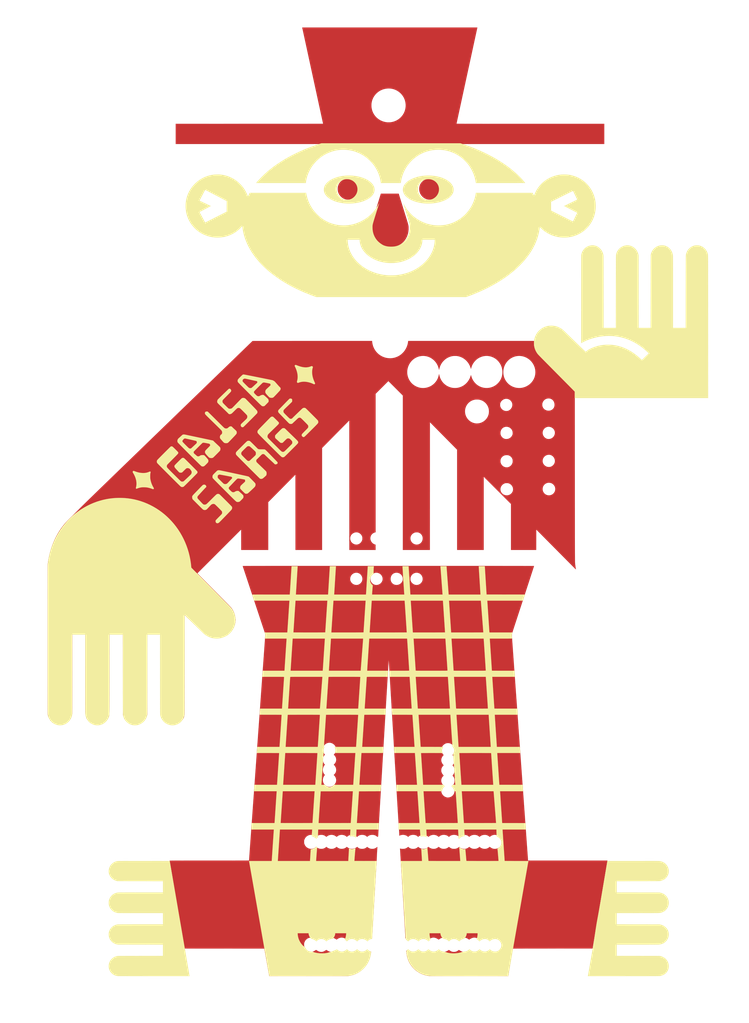
<source format=kicad_pcb>
(kicad_pcb (version 4) (host pcbnew 4.0.7)
  (layers (0 F.Cu signal) (31 B.Cu signal) (34 B.Paste user) (35 F.Paste user) (36 B.SilkS user) (37 F.SilkS user) (38 B.Mask user) (39 F.Mask user) (44 Edge.Cuts user))
  (net 0 "")
  (module LOGO (layer F.Cu) (at 0 0)
    (fp_text reference "G***" hide)
    (fp_text value "LOGO" hide)
    (fp_poly (pts (xy -8.549447 19.198171) (xy -7.045057 19.198187) (xy -5.581986 19.198214) (xy -4.159724 19.198253) (xy -2.777765 19.198303) (xy -1.435601 19.198365) (xy -0.132724 19.198440) (xy 1.131374 19.198528) (xy 2.357200 19.198629) (xy 3.545262 19.198744) (xy 4.696068 19.198872) (xy 5.810125 19.199016) (xy 6.887941 19.199174) (xy 7.930024 19.199347) (xy 8.936882 19.199535) (xy 9.909022 19.199740) (xy 10.846952 19.199960) (xy 11.751179 19.200197) (xy 12.622212 19.200452) (xy 13.460557 19.200723) (xy 14.266724 19.201013) (xy 15.041219 19.201320) (xy 15.784550 19.201646) (xy 16.497225 19.201991) (xy 17.179752 19.202355) (xy 17.832638 19.202738) (xy 18.456391 19.203142) (xy 19.051518 19.203566) (xy 19.618528 19.204010) (xy 20.157928 19.204476) (xy 20.670226 19.204963) (xy 21.155929 19.205471) (xy 21.615546 19.206002) (xy 22.049583 19.206556) (xy 22.458549 19.207132) (xy 22.842951 19.207732) (xy 23.203298 19.208355) (xy 23.540096 19.209003) (xy 23.853853 19.209675) (xy 24.145078 19.210371) (xy 24.414278 19.211093) (xy 24.661960 19.211840) (xy 24.888632 19.212613) (xy 25.094802 19.213412) (xy 25.280978 19.214238) (xy 25.447667 19.215091) (xy 25.595377 19.215972) (xy 25.724616 19.216880) (xy 25.835892 19.217816) (xy 25.929712 19.218780) (xy 26.006583 19.219774) (xy 26.067014 19.220797) (xy 26.111513 19.221849) (xy 26.140586 19.222931) (xy 26.154742 19.224044) (xy 26.156381 19.224625) (xy 26.148770 19.247572) (xy 26.128888 19.308481) (xy 26.097485 19.405035) (xy 26.055312 19.534914) (xy 26.003122 19.695801) (xy 25.941664 19.885376) (xy 25.871691 20.101322) (xy 25.793952 20.341321) (xy 25.709200 20.603054) (xy 25.618185 20.884203) (xy 25.521658 21.182449) (xy 25.420371 21.495475) (xy 25.315075 21.820962) (xy 25.242583 22.045083) (xy 25.155251 22.314787) (xy 25.055631 22.621867) (xy 24.944650 22.963482) (xy 24.823237 23.336790) (xy 24.692318 23.738951) (xy 24.552823 24.167123) (xy 24.405677 24.618464) (xy 24.251811 25.090133) (xy 24.092150 25.579289) (xy 23.927623 26.083091) (xy 23.759157 26.598696) (xy 23.587681 27.123265) (xy 23.414122 27.653955) (xy 23.239408 28.187926) (xy 23.064466 28.722335) (xy 22.890225 29.254342) (xy 22.717612 29.781105) (xy 22.547555 30.299783) (xy 22.474558 30.522333) (xy 22.281517 31.110927) (xy 22.101367 31.660516) (xy 21.933725 32.172294) (xy 21.778205 32.647453) (xy 21.634425 33.087186) (xy 21.502000 33.492686) (xy 21.380545 33.865148) (xy 21.269677 34.205762) (xy 21.169011 34.515724) (xy 21.078163 34.796225) (xy 20.996750 35.048459) (xy 20.924386 35.273619) (xy 20.860689 35.472897) (xy 20.805273 35.647488) (xy 20.757754 35.798584) (xy 20.717749 35.927378) (xy 20.684873 36.035063) (xy 20.658743 36.122832) (xy 20.638973 36.191878) (xy 20.625180 36.243395) (xy 20.616979 36.278576) (xy 20.613987 36.298613) (xy 20.613977 36.300833) (xy 20.615649 36.325889) (xy 20.620292 36.392220) (xy 20.627840 36.498877) (xy 20.638222 36.644913) (xy 20.651371 36.829377) (xy 20.667219 37.051321) (xy 20.685698 37.309797) (xy 20.706738 37.603856) (xy 20.730273 37.932549) (xy 20.756234 38.294926) (xy 20.784552 38.690041) (xy 20.815159 39.116942) (xy 20.847987 39.574683) (xy 20.882968 40.062314) (xy 20.920034 40.578886) (xy 20.959116 41.123450) (xy 21.000146 41.695059) (xy 21.043056 42.292762) (xy 21.087778 42.915612) (xy 21.134243 43.562659) (xy 21.182383 44.232955) (xy 21.232130 44.925551) (xy 21.283415 45.639498) (xy 21.336172 46.373848) (xy 21.390330 47.127651) (xy 21.445822 47.899960) (xy 21.502580 48.689824) (xy 21.560535 49.496296) (xy 21.619619 50.318426) (xy 21.679765 51.155266) (xy 21.740903 52.005867) (xy 21.802965 52.869281) (xy 21.865884 53.744558) (xy 21.929591 54.630750) (xy 21.994018 55.526908) (xy 22.059096 56.432083) (xy 22.124757 57.345327) (xy 22.190934 58.265691) (xy 22.257557 59.192225) (xy 22.324559 60.123982) (xy 22.391871 61.060012) (xy 22.459425 61.999367) (xy 22.527154 62.941097) (xy 22.594987 63.884255) (xy 22.662858 64.827891) (xy 22.730699 65.771057) (xy 22.798440 66.712804) (xy 22.866014 67.652182) (xy 22.933352 68.588244) (xy 23.000386 69.520041) (xy 23.067048 70.446623) (xy 23.133270 71.367043) (xy 23.198984 72.280350) (xy 23.264120 73.185597) (xy 23.328612 74.081835) (xy 23.392390 74.968115) (xy 23.455387 75.843488) (xy 23.517534 76.707005) (xy 23.578763 77.557718) (xy 23.639006 78.394678) (xy 23.698194 79.216936) (xy 23.756260 80.023544) (xy 23.813134 80.813552) (xy 23.868750 81.586012) (xy 23.923038 82.339975) (xy 23.975930 83.074492) (xy 24.027359 83.788615) (xy 24.077255 84.481394) (xy 24.125551 85.151882) (xy 24.172178 85.799129) (xy 24.217069 86.422186) (xy 24.260154 87.020105) (xy 24.301366 87.591937) (xy 24.340636 88.136733) (xy 24.377897 88.653544) (xy 24.413079 89.141423) (xy 24.446115 89.599419) (xy 24.476937 90.026584) (xy 24.505476 90.421969) (xy 24.531664 90.784627) (xy 24.555432 91.113607) (xy 24.576713 91.407961) (xy 24.595438 91.666740) (xy 24.611540 91.888996) (xy 24.624949 92.073779) (xy 24.635597 92.220142) (xy 24.643417 92.327135) (xy 24.648340 92.393809) (xy 24.650273 92.418958) (xy 24.663463 92.561833) (xy 44.407666 92.561833) (xy 44.406668 92.609458) (xy 44.403102 92.633082) (xy 44.392665 92.697214) (xy 44.375564 92.800625) (xy 44.352008 92.942084) (xy 44.322204 93.120362) (xy 44.286360 93.334229) (xy 44.244682 93.582457) (xy 44.197379 93.863815) (xy 44.144659 94.177073) (xy 44.086728 94.521003) (xy 44.023794 94.894374) (xy 43.956066 95.295957) (xy 43.883749 95.724523) (xy 43.807053 96.178841) (xy 43.726184 96.657683) (xy 43.641350 97.159818) (xy 43.552759 97.684017) (xy 43.460618 98.229051) (xy 43.365135 98.793690) (xy 43.266516 99.376704) (xy 43.164971 99.976864) (xy 43.060706 100.592940) (xy 42.953929 101.223702) (xy 42.844848 101.867922) (xy 42.733669 102.524368) (xy 42.620602 103.191813) (xy 42.558571 103.557916) (xy 40.711471 114.458750) (xy 30.792321 114.464064) (xy 30.018537 114.464483) (xy 29.285962 114.464894) (xy 28.593468 114.465300) (xy 27.939933 114.465707) (xy 27.324229 114.466118) (xy 26.745232 114.466541) (xy 26.201817 114.466977) (xy 25.692858 114.467434) (xy 25.217230 114.467915) (xy 24.773807 114.468425) (xy 24.361465 114.468970) (xy 23.979078 114.469553) (xy 23.625520 114.470180) (xy 23.299667 114.470855) (xy 23.000393 114.471583) (xy 22.726572 114.472370) (xy 22.477081 114.473220) (xy 22.250792 114.474137) (xy 22.046581 114.475126) (xy 21.863323 114.476193) (xy 21.699892 114.477342) (xy 21.555163 114.478577) (xy 21.428010 114.479905) (xy 21.317309 114.481328) (xy 21.221934 114.482853) (xy 21.140760 114.484484) (xy 21.072661 114.486226) (xy 21.016513 114.488083) (xy 20.971189 114.490061) (xy 20.935564 114.492164) (xy 20.908514 114.494397) (xy 20.888913 114.496765) (xy 20.875636 114.499273) (xy 20.867556 114.501924) (xy 20.863550 114.504725) (xy 20.862656 114.506397) (xy 20.858080 114.531030) (xy 20.846943 114.595204) (xy 20.829616 114.696696) (xy 20.806472 114.833284) (xy 20.777884 115.002747) (xy 20.744224 115.202862) (xy 20.705864 115.431410) (xy 20.663176 115.686166) (xy 20.616534 115.964911) (xy 20.566308 116.265422) (xy 20.512872 116.585477) (xy 20.456597 116.922854) (xy 20.397857 117.275333) (xy 20.337023 117.640691) (xy 20.286171 117.946335) (xy 19.720201 121.349254) (xy 9.992392 121.342584) (xy 9.224250 121.342050) (xy 8.497278 121.341527) (xy 7.810313 121.341011) (xy 7.162190 121.340495) (xy 6.551747 121.339976) (xy 5.977820 121.339447) (xy 5.439246 121.338905) (xy 4.934861 121.338344) (xy 4.463502 121.337759) (xy 4.024005 121.337145) (xy 3.615207 121.336498) (xy 3.235945 121.335811) (xy 2.885055 121.335081) (xy 2.561373 121.334302) (xy 2.263736 121.333469) (xy 1.990982 121.332577) (xy 1.741945 121.331622) (xy 1.515464 121.330598) (xy 1.310373 121.329500) (xy 1.125511 121.328323) (xy 0.959713 121.327062) (xy 0.811817 121.325713) (xy 0.680658 121.324270) (xy 0.565073 121.322728) (xy 0.463899 121.321082) (xy 0.375972 121.319328) (xy 0.300130 121.317460) (xy 0.235207 121.315473) (xy 0.180042 121.313363) (xy 0.133470 121.311124) (xy 0.094328 121.308751) (xy 0.061454 121.306239) (xy 0.033682 121.303584) (xy 0.009850 121.300780) (xy 0.001875 121.299715) (xy -0.528754 121.207965) (xy -1.035741 121.081777) (xy -1.521352 120.920193) (xy -1.987849 120.722257) (xy -2.437499 120.487012) (xy -2.872566 120.213500) (xy -3.280834 119.912277) (xy -3.388524 119.821883) (xy -3.515777 119.707041) (xy -3.654893 119.575416) (xy -3.798173 119.434669) (xy -3.937919 119.292465) (xy -4.066430 119.156465) (xy -4.176009 119.034332) (xy -4.240958 118.956666) (xy -4.547387 118.540135) (xy -4.816540 118.104227) (xy -5.047773 117.650601) (xy -5.240440 117.180913) (xy -5.393897 116.696820) (xy -5.507498 116.199979) (xy -5.580601 115.692046) (xy -5.599856 115.464166) (xy -5.613736 115.321498) (xy -5.634008 115.218003) (xy -5.654233 115.163384) (xy -5.678890 115.112311) (xy -5.692738 115.079402) (xy -5.693834 115.074909) (xy -5.676662 115.060819) (xy -5.630936 115.031975) (xy -5.565337 114.993760) (xy -5.540375 114.979770) (xy -5.457594 114.932587) (xy -5.379672 114.886089) (xy -5.321631 114.849274) (xy -5.315305 114.844961) (xy -5.243693 114.795346) (xy -5.046454 114.927223) (xy -4.796871 115.078534) (xy -4.552867 115.194013) (xy -4.381449 115.255571) (xy -4.303652 115.277677) (xy -4.229798 115.292286) (xy -4.147529 115.300819) (xy -4.044487 115.304694) (xy -3.947584 115.305396) (xy -3.824445 115.304261) (xy -3.731871 115.299899) (xy -3.658132 115.290910) (xy -3.591502 115.275892) (xy -3.524250 115.254816) (xy -3.348483 115.186247) (xy -3.171908 115.099056) (xy -2.983772 114.987673) (xy -2.889437 114.926146) (xy -2.682485 114.787776) (xy -2.605951 114.847781) (xy -2.501806 114.921702) (xy -2.372811 115.001764) (xy -2.232989 115.080161) (xy -2.096360 115.149087) (xy -1.976949 115.200733) (xy -1.962067 115.206263) (xy -1.725025 115.276752) (xy -1.496762 115.312066) (xy -1.273226 115.311516) (xy -1.050363 115.274417) (xy -0.824122 115.200082) (xy -0.590449 115.087824) (xy -0.345294 114.936957) (xy -0.336126 114.930745) (xy -0.132502 114.792350) (xy 0.034290 114.907695) (xy 0.155342 114.985048) (xy 0.294311 115.063542) (xy 0.440472 115.137965) (xy 0.583099 115.203105) (xy 0.711468 115.253750) (xy 0.805685 115.282567) (xy 0.980790 115.309494) (xy 1.175035 115.313360) (xy 1.372205 115.294397) (xy 1.481666 115.272992) (xy 1.614323 115.232881) (xy 1.767906 115.172508) (xy 1.930025 115.097729) (xy 2.088291 115.014399) (xy 2.230314 114.928375) (xy 2.274560 114.898242) (xy 2.421870 114.794180) (xy 2.562952 114.903186) (xy 2.797845 115.061228) (xy 3.044016 115.182152) (xy 3.297333 115.264349) (xy 3.553661 115.306215) (xy 3.608916 115.309800) (xy 3.816940 115.307173) (xy 4.019064 115.277838) (xy 4.221499 115.219768) (xy 4.430455 115.130940) (xy 4.652142 115.009328) (xy 4.782779 114.927058) (xy 4.991322 114.790419) (xy 5.039101 114.841277) (xy 5.097858 114.893897) (xy 5.183365 114.958129) (xy 5.284516 115.026631) (xy 5.390207 115.092065) (xy 5.489334 115.147088) (xy 5.536200 115.169878) (xy 5.757632 115.252449) (xy 5.982766 115.299079) (xy 6.222612 115.311823) (xy 6.286500 115.309941) (xy 6.551269 115.278863) (xy 6.800643 115.209297) (xy 7.036837 115.100337) (xy 7.262067 114.951075) (xy 7.360871 114.870138) (xy 7.450992 114.791793) (xy 7.650889 114.925446) (xy 7.895855 115.074532) (xy 8.134139 115.188706) (xy 8.318551 115.255571) (xy 8.396348 115.277677) (xy 8.470202 115.292286) (xy 8.552471 115.300819) (xy 8.655513 115.304694) (xy 8.752416 115.305396) (xy 8.875555 115.304261) (xy 8.968129 115.299899) (xy 9.041868 115.290910) (xy 9.108498 115.275892) (xy 9.175750 115.254816) (xy 9.351517 115.186247) (xy 9.528092 115.099056) (xy 9.716228 114.987673) (xy 9.810563 114.926146) (xy 10.017515 114.787776) (xy 10.094049 114.847781) (xy 10.198194 114.921702) (xy 10.327189 115.001764) (xy 10.467011 115.080161) (xy 10.603640 115.149087) (xy 10.723051 115.200733) (xy 10.737933 115.206263) (xy 10.974975 115.276752) (xy 11.203238 115.312066) (xy 11.426774 115.311516) (xy 11.649637 115.274417) (xy 11.875878 115.200082) (xy 12.109551 115.087824) (xy 12.354706 114.936957) (xy 12.363874 114.930745) (xy 12.567498 114.792350) (xy 12.734290 114.907695) (xy 12.855342 114.985048) (xy 12.994311 115.063542) (xy 13.140472 115.137965) (xy 13.283099 115.203105) (xy 13.411468 115.253750) (xy 13.505685 115.282567) (xy 13.682213 115.309661) (xy 13.877578 115.313285) (xy 14.075548 115.293676) (xy 14.181666 115.272597) (xy 14.337741 115.224991) (xy 14.512119 115.154516) (xy 14.692093 115.067122) (xy 14.864959 114.968760) (xy 14.954932 114.910416) (xy 15.124947 114.794224) (xy 15.250532 114.896110) (xy 15.357899 114.972828) (xy 15.492887 115.053742) (xy 15.642262 115.131959) (xy 15.792788 115.200588) (xy 15.931232 115.252738) (xy 15.942003 115.256185) (xy 16.014009 115.276840) (xy 16.082480 115.290805) (xy 16.158579 115.299272) (xy 16.253475 115.303437) (xy 16.378331 115.304493) (xy 16.393583 115.304473) (xy 16.515088 115.303613) (xy 16.605953 115.300502) (xy 16.677865 115.293503) (xy 16.742512 115.280977) (xy 16.811582 115.261286) (xy 16.891000 115.234777) (xy 17.083592 115.159006) (xy 17.249828 115.070548) (xy 17.403114 114.960919) (xy 17.556857 114.821639) (xy 17.578916 114.799558) (xy 17.728678 114.633105) (xy 17.846340 114.465697) (xy 17.940232 114.283816) (xy 18.010517 114.098916) (xy 18.081902 113.822286) (xy 18.111963 113.548694) (xy 18.100946 113.280260) (xy 18.049098 113.019102) (xy 17.956663 112.767339) (xy 17.829222 112.535294) (xy 17.665302 112.319552) (xy 17.473433 112.133871) (xy 17.257328 111.980530) (xy 17.020700 111.861807) (xy 16.767261 111.779981) (xy 16.534415 111.740421) (xy 16.289025 111.736513) (xy 16.039973 111.773144) (xy 15.790901 111.849157) (xy 15.545452 111.963393) (xy 15.307271 112.114693) (xy 15.269680 112.142566) (xy 15.205024 112.190751) (xy 15.154303 112.227140) (xy 15.126039 112.245665) (xy 15.123193 112.246833) (xy 15.103164 112.235907) (xy 15.054948 112.206123) (xy 14.985675 112.161969) (xy 14.902470 112.107933) (xy 14.898454 112.105302) (xy 14.638170 111.952004) (xy 14.386595 111.839437) (xy 14.142030 111.767300) (xy 13.902775 111.735289) (xy 13.667131 111.743102) (xy 13.433399 111.790437) (xy 13.325828 111.825483) (xy 13.171459 111.890710) (xy 13.001462 111.977871) (xy 12.830282 112.079101) (xy 12.701845 112.165179) (xy 12.641129 112.206761) (xy 12.593658 112.236171) (xy 12.570372 112.246833) (xy 12.546686 112.235607) (xy 12.496646 112.205396) (xy 12.428639 112.161401) (xy 12.381390 112.129661) (xy 12.203354 112.017669) (xy 12.019040 111.918413) (xy 11.840125 111.837647) (xy 11.678283 111.781124) (xy 11.668772 111.778465) (xy 11.439719 111.737374) (xy 11.201940 111.737288) (xy 10.956344 111.777993) (xy 10.703839 111.859271) (xy 10.445334 111.980906) (xy 10.204384 112.127330) (xy 10.128381 112.177499) (xy 10.065553 112.217296) (xy 10.024040 112.241661) (xy 10.012176 112.246833) (xy 9.989678 112.235815) (xy 9.939985 112.206008) (xy 9.871004 112.162283) (xy 9.809041 112.121743) (xy 9.582027 111.981333) (xy 9.372947 111.874166) (xy 9.176012 111.798424) (xy 8.985430 111.752291) (xy 8.795410 111.733948) (xy 8.600160 111.741580) (xy 8.598094 111.741788) (xy 8.368493 111.783101) (xy 8.132864 111.861608) (xy 7.888738 111.978308) (xy 7.640821 112.129385) (xy 7.564132 112.178284) (xy 7.499397 112.215057) (xy 7.455119 112.235122) (xy 7.441165 112.236954) (xy 7.415330 112.219467) (xy 7.365406 112.182350) (xy 7.300407 112.132359) (xy 7.271953 112.110075) (xy 7.046747 111.957548) (xy 6.808734 111.843435) (xy 6.561160 111.768715) (xy 6.307272 111.734365) (xy 6.050317 111.741363) (xy 6.048375 111.741576) (xy 5.809269 111.787267) (xy 5.571531 111.869207) (xy 5.346733 111.982559) (xy 5.156439 112.114336) (xy 5.092701 112.165650) (xy 5.039921 112.207771) (xy 5.008407 112.232479) (xy 5.006457 112.233949) (xy 4.974099 112.232280) (xy 4.911533 112.202297) (xy 4.824184 112.147478) (xy 4.576159 111.994688) (xy 4.340793 111.878587) (xy 4.113389 111.797250) (xy 3.889251 111.748754) (xy 3.833730 111.741597) (xy 3.596372 111.735869) (xy 3.353222 111.769947) (xy 3.108477 111.842500) (xy 2.866336 111.952195) (xy 2.630996 112.097702) (xy 2.569680 112.142566) (xy 2.505024 112.190751) (xy 2.454303 112.227140) (xy 2.426039 112.245665) (xy 2.423193 112.246833) (xy 2.403164 112.235907) (xy 2.354948 112.206123) (xy 2.285675 112.161969) (xy 2.202470 112.107933) (xy 2.198454 112.105302) (xy 1.938170 111.952004) (xy 1.686595 111.839437) (xy 1.442030 111.767300) (xy 1.202775 111.735289) (xy 0.967131 111.743102) (xy 0.733399 111.790437) (xy 0.625828 111.825483) (xy 0.471459 111.890710) (xy 0.301462 111.977871) (xy 0.130282 112.079101) (xy 0.001845 112.165179) (xy -0.058871 112.206761) (xy -0.106342 112.236171) (xy -0.129628 112.246833) (xy -0.153314 112.235607) (xy -0.203354 112.205396) (xy -0.271361 112.161401) (xy -0.318610 112.129661) (xy -0.496646 112.017669) (xy -0.680960 111.918413) (xy -0.859875 111.837647) (xy -1.021717 111.781124) (xy -1.031228 111.778465) (xy -1.260281 111.737374) (xy -1.498060 111.737288) (xy -1.743656 111.777993) (xy -1.996161 111.859271) (xy -2.254666 111.980906) (xy -2.495616 112.127330) (xy -2.571619 112.177499) (xy -2.634447 112.217296) (xy -2.675960 112.241661) (xy -2.687824 112.246833) (xy -2.710322 112.235815) (xy -2.760015 112.206008) (xy -2.828996 112.162283) (xy -2.890959 112.121743) (xy -3.121021 111.979883) (xy -3.332844 111.871945) (xy -3.530796 111.796058) (xy -3.719247 111.750353) (xy -3.779286 111.741672) (xy -4.018059 111.734132) (xy -4.263909 111.767899) (xy -4.515945 111.842704) (xy -4.773280 111.958277) (xy -5.035024 112.114347) (xy -5.058012 112.129857) (xy -5.132236 112.179615) (xy -5.192950 112.218850) (xy -5.232026 112.242389) (xy -5.241830 112.246833) (xy -5.263352 112.234631) (xy -5.307703 112.202776) (xy -5.360308 112.162075) (xy -5.478813 112.080920) (xy -5.628745 111.999372) (xy -5.799634 111.923106) (xy -5.804959 111.920966) (xy -5.884334 111.889160) (xy -5.884334 111.623487) (xy -5.884426 111.596480) (xy -5.884747 111.567025) (xy -5.885361 111.534002) (xy -5.886336 111.496293) (xy -5.887737 111.452778) (xy -5.888648 111.428504) (xy 16.223401 111.428504) (xy 16.228825 111.437838) (xy 16.266688 111.441275) (xy 16.306216 111.441826) (xy 16.366299 111.440585) (xy 16.391454 111.433837) (xy 16.389011 111.418618) (xy 16.383000 111.410750) (xy 16.335077 111.381695) (xy 16.276096 111.390773) (xy 16.244170 111.410076) (xy 16.223401 111.428504) (xy -5.888648 111.428504) (xy -5.889630 111.402339) (xy -5.892081 111.343855) (xy -5.895155 111.276208) (xy -5.898919 111.198279) (xy -5.903438 111.108947) (xy -5.908779 111.007095) (xy -5.915007 110.891602) (xy -5.922189 110.761350) (xy -5.930389 110.615219) (xy -5.939674 110.452090) (xy -5.950110 110.270844) (xy -5.961763 110.070362) (xy -5.974698 109.849524) (xy -5.988982 109.607211) (xy -6.004681 109.342304) (xy -6.021859 109.053684) (xy -6.040584 108.740232) (xy -6.060921 108.400827) (xy -6.082936 108.034352) (xy -6.106694 107.639686) (xy -6.132263 107.215712) (xy -6.159707 106.761308) (xy -6.189092 106.275357) (xy -6.220486 105.756738) (xy -6.253952 105.204333) (xy -6.289558 104.617023) (xy -6.327368 103.993688) (xy -6.367450 103.333208) (xy -6.409869 102.634466) (xy -6.454690 101.896341) (xy -6.501980 101.117715) (xy -6.529899 100.658083) (xy -6.575569 99.906061) (xy -6.620110 99.172258) (xy -6.663464 98.457659) (xy -6.705571 97.763252) (xy -6.746372 97.090022) (xy -6.785806 96.438958) (xy -6.823816 95.811045) (xy -6.860340 95.207270) (xy -6.895320 94.628621) (xy -6.928697 94.076083) (xy -6.960411 93.550644) (xy -6.990402 93.053290) (xy -7.018611 92.585009) (xy -7.044979 92.146786) (xy -7.069446 91.739608) (xy -7.091953 91.364463) (xy -7.112440 91.022337) (xy -7.130849 90.714216) (xy -7.147118 90.441088) (xy -7.161190 90.203940) (xy -7.173005 90.003757) (xy -7.182502 89.841527) (xy -7.189624 89.718236) (xy -7.194310 89.634871) (xy -7.196501 89.592420) (xy -7.196667 89.587343) (xy -7.178055 89.577642) (xy -7.128848 89.578993) (xy -7.058991 89.590256) (xy -6.978430 89.610291) (xy -6.967092 89.613662) (xy -6.874611 89.632751) (xy -6.751220 89.645474) (xy -6.607859 89.651845) (xy -6.455468 89.651876) (xy -6.304988 89.645581) (xy -6.167359 89.632971) (xy -6.053520 89.614060) (xy -6.047094 89.612587) (xy -5.793422 89.535448) (xy -5.561119 89.428894) (xy -5.356037 89.295879) (xy -5.258892 89.214295) (xy -5.163844 89.126682) (xy -5.020967 89.264618) (xy -4.850174 89.401293) (xy -4.654776 89.509069) (xy -4.440583 89.588000) (xy -4.213403 89.638139) (xy -3.979046 89.659539) (xy -3.743321 89.652253) (xy -3.512035 89.616334) (xy -3.290999 89.551836) (xy -3.086021 89.458811) (xy -2.902910 89.337313) (xy -2.799552 89.244305) (xy -2.688687 89.131473) (xy -2.545552 89.249961) (xy -2.400019 89.354518) (xy -2.227878 89.452625) (xy -2.044831 89.536321) (xy -1.866577 89.597644) (xy -1.852084 89.601587) (xy -1.704032 89.630098) (xy -1.530646 89.646208) (xy -1.346281 89.649911) (xy -1.165297 89.641202) (xy -1.002050 89.620072) (xy -0.920750 89.602016) (xy -0.709586 89.530451) (xy -0.512938 89.435210) (xy -0.341365 89.321854) (xy -0.264246 89.256365) (xy -0.127692 89.128626) (xy -0.027740 89.216608) (xy 0.180234 89.372087) (xy 0.411204 89.495053) (xy 0.659485 89.584128) (xy 0.919389 89.637934) (xy 1.185231 89.655093) (xy 1.451325 89.634229) (xy 1.587500 89.607989) (xy 1.729174 89.563712) (xy 1.886686 89.495905) (xy 2.046460 89.411486) (xy 2.194916 89.317369) (xy 2.273709 89.258478) (xy 2.434137 89.129421) (xy 2.548992 89.231668) (xy 2.758166 89.391628) (xy 2.983146 89.512748) (xy 3.225085 89.595455) (xy 3.485140 89.640173) (xy 3.683000 89.649090) (xy 3.970407 89.629970) (xy 4.236490 89.574595) (xy 4.480915 89.483086) (xy 4.703349 89.355566) (xy 4.879083 89.215086) (xy 4.973273 89.128264) (xy 5.116393 89.259407) (xy 5.286369 89.389695) (xy 5.486957 89.499332) (xy 5.709659 89.583869) (xy 5.769059 89.600901) (xy 5.915457 89.629454) (xy 6.087561 89.645998) (xy 6.270423 89.650337) (xy 6.449098 89.642278) (xy 6.608641 89.621625) (xy 6.652906 89.612397) (xy 6.894661 89.541457) (xy 7.108884 89.445953) (xy 7.305568 89.320918) (xy 7.414725 89.233615) (xy 7.537533 89.128012) (xy 7.679721 89.265283) (xy 7.850336 89.401770) (xy 8.045602 89.509381) (xy 8.259700 89.588171) (xy 8.486815 89.638194) (xy 8.721128 89.659505) (xy 8.956823 89.652159) (xy 9.188083 89.616212) (xy 9.409091 89.551718) (xy 9.614029 89.458732) (xy 9.797080 89.337309) (xy 9.900448 89.244305) (xy 10.011313 89.131473) (xy 10.154448 89.249961) (xy 10.299981 89.354518) (xy 10.472122 89.452625) (xy 10.655169 89.536321) (xy 10.833423 89.597644) (xy 10.847916 89.601587) (xy 10.995968 89.630098) (xy 11.169354 89.646208) (xy 11.353719 89.649911) (xy 11.534703 89.641202) (xy 11.697950 89.620072) (xy 11.779250 89.602016) (xy 11.990414 89.530451) (xy 12.187062 89.435210) (xy 12.358635 89.321854) (xy 12.435754 89.256365) (xy 12.572308 89.128626) (xy 12.672260 89.216608) (xy 12.880234 89.372087) (xy 13.111204 89.495053) (xy 13.359485 89.584128) (xy 13.619389 89.637934) (xy 13.885231 89.655093) (xy 14.151325 89.634229) (xy 14.287500 89.607989) (xy 14.429414 89.563628) (xy 14.587146 89.495684) (xy 14.747142 89.411066) (xy 14.895849 89.316679) (xy 14.974290 89.258011) (xy 15.135299 89.128486) (xy 15.224691 89.210764) (xy 15.430764 89.372232) (xy 15.658339 89.499029) (xy 15.902526 89.589587) (xy 16.158436 89.642335) (xy 16.421180 89.655704) (xy 16.576129 89.644637) (xy 16.860203 89.591556) (xy 17.123916 89.501362) (xy 17.367257 89.374060) (xy 17.590217 89.209657) (xy 17.685243 89.122250) (xy 17.861735 88.920570) (xy 18.001802 88.700373) (xy 18.104973 88.465491) (xy 18.170776 88.219754) (xy 18.198740 87.966994) (xy 18.188394 87.711043) (xy 18.139266 87.455732) (xy 18.050885 87.204892) (xy 17.946255 87.000937) (xy 17.872251 86.895479) (xy 17.771401 86.778826) (xy 17.653688 86.660654) (xy 17.529095 86.550643) (xy 17.407606 86.458470) (xy 17.346083 86.419094) (xy 17.125171 86.309909) (xy 16.881404 86.226052) (xy 16.628283 86.171172) (xy 16.379311 86.148914) (xy 16.344426 86.148611) (xy 16.125070 86.167889) (xy 15.898721 86.222119) (xy 15.675131 86.307375) (xy 15.464053 86.419729) (xy 15.275240 86.555253) (xy 15.224691 86.599568) (xy 15.135299 86.681847) (xy 14.980727 86.557500) (xy 14.791283 86.423813) (xy 14.584320 86.310649) (xy 14.375007 86.225997) (xy 14.318052 86.208494) (xy 14.225913 86.185502) (xy 14.134755 86.170782) (xy 14.030625 86.162763) (xy 13.899569 86.159874) (xy 13.885333 86.159810) (xy 13.601834 86.176006) (xy 13.340701 86.227253) (xy 13.099156 86.314549) (xy 12.874422 86.438890) (xy 12.670513 86.595262) (xy 12.572308 86.681706) (xy 12.435754 86.553967) (xy 12.281743 86.433267) (xy 12.097063 86.327738) (xy 11.892273 86.242938) (xy 11.779250 86.208316) (xy 11.631969 86.179754) (xy 11.458728 86.163800) (xy 11.273972 86.160439) (xy 11.092148 86.169655) (xy 10.927702 86.191433) (xy 10.847916 86.209291) (xy 10.605863 86.292148) (xy 10.377284 86.405062) (xy 10.172565 86.542517) (xy 10.090056 86.611756) (xy 10.007875 86.686001) (xy 9.934682 86.597887) (xy 9.845959 86.510473) (xy 9.728255 86.422254) (xy 9.594016 86.341144) (xy 9.455687 86.275061) (xy 9.386846 86.249452) (xy 9.140957 86.186064) (xy 8.891229 86.155285) (xy 8.643222 86.156131) (xy 8.402498 86.187618) (xy 8.174617 86.248762) (xy 7.965140 86.338580) (xy 7.779628 86.456089) (xy 7.667755 86.553548) (xy 7.537515 86.683385) (xy 7.426942 86.583969) (xy 7.233783 86.436831) (xy 7.019231 86.320361) (xy 6.788625 86.234634) (xy 6.547309 86.179724) (xy 6.300621 86.155707) (xy 6.053905 86.162656) (xy 5.812500 86.200646) (xy 5.581748 86.269752) (xy 5.366991 86.370048) (xy 5.173569 86.501608) (xy 5.115533 86.551713) (xy 4.973273 86.682068) (xy 4.883761 86.599679) (xy 4.678411 86.439086) (xy 4.449818 86.313660) (xy 4.198777 86.223719) (xy 3.926082 86.169583) (xy 3.778250 86.155822) (xy 3.518693 86.160622) (xy 3.262979 86.204645) (xy 3.017189 86.285752) (xy 2.787406 86.401805) (xy 2.579710 86.550669) (xy 2.530076 86.594485) (xy 2.435299 86.681847) (xy 2.280727 86.557500) (xy 2.049388 86.396351) (xy 1.806534 86.275911) (xy 1.551927 86.196085) (xy 1.285328 86.156779) (xy 1.270000 86.155771) (xy 1.001638 86.159447) (xy 0.737847 86.202215) (xy 0.484241 86.282107) (xy 0.246437 86.397155) (xy 0.030047 86.545391) (xy -0.057303 86.620965) (xy -0.125189 86.684048) (xy -0.262994 86.555138) (xy -0.419433 86.432543) (xy -0.606533 86.325945) (xy -0.813956 86.240794) (xy -0.920750 86.208316) (xy -1.068031 86.179754) (xy -1.241272 86.163800) (xy -1.426028 86.160439) (xy -1.607852 86.169655) (xy -1.772298 86.191433) (xy -1.852084 86.209291) (xy -2.094137 86.292148) (xy -2.322716 86.405062) (xy -2.527435 86.542517) (xy -2.609944 86.611756) (xy -2.692125 86.686001) (xy -2.765318 86.597887) (xy -2.854041 86.510473) (xy -2.971745 86.422254) (xy -3.105984 86.341144) (xy -3.244313 86.275061) (xy -3.313154 86.249452) (xy -3.559043 86.186064) (xy -3.808771 86.155285) (xy -4.056778 86.156131) (xy -4.297502 86.187618) (xy -4.525383 86.248762) (xy -4.734860 86.338580) (xy -4.920372 86.456089) (xy -5.032245 86.553548) (xy -5.162485 86.683385) (xy -5.273058 86.583969) (xy -5.457831 86.443901) (xy -5.671101 86.327243) (xy -5.904171 86.237193) (xy -6.148345 86.176946) (xy -6.394924 86.149698) (xy -6.458353 86.148413) (xy -6.582369 86.154834) (xy -6.719936 86.172708) (xy -6.861637 86.199719) (xy -6.998053 86.233552) (xy -7.119769 86.271892) (xy -7.217366 86.312424) (xy -7.278129 86.349967) (xy -7.321239 86.383691) (xy -7.349920 86.401502) (xy -7.353181 86.402333) (xy -7.360065 86.383139) (xy -7.364719 86.333430) (xy -7.366000 86.280466) (xy -7.367420 86.235714) (xy -7.371495 86.153274) (xy -7.377947 86.037687) (xy -7.386502 85.893499) (xy -7.396881 85.725252) (xy -7.408809 85.537488) (xy -7.422009 85.334751) (xy -7.436204 85.121585) (xy -7.439776 85.068674) (xy -7.456727 84.817321) (xy -7.473930 84.560312) (xy -7.491449 84.296617) (xy -7.509346 84.025203) (xy -7.527685 83.745040) (xy -7.546528 83.455094) (xy -7.565937 83.154335) (xy -7.585977 82.841730) (xy -7.606709 82.516248) (xy -7.628198 82.176856) (xy -7.650504 81.822524) (xy -7.673692 81.452218) (xy -7.697825 81.064908) (xy -7.722964 80.659561) (xy -7.749174 80.235145) (xy -7.776516 79.790630) (xy -7.805055 79.324982) (xy -7.834852 78.837170) (xy -7.865971 78.326163) (xy -7.898474 77.790928) (xy -7.932425 77.230433) (xy -7.967886 76.643648) (xy -8.004920 76.029539) (xy -8.043590 75.387076) (xy -8.083959 74.715225) (xy -8.126090 74.012956) (xy -8.170045 73.279237) (xy -8.215888 72.513036) (xy -8.263682 71.713320) (xy -8.313489 70.879059) (xy -8.365372 70.009220) (xy -8.419394 69.102771) (xy -8.475619 68.158681) (xy -8.534108 67.175918) (xy -8.594925 66.153450) (xy -8.658132 65.090245) (xy -8.659139 65.073294) (xy 3.056566 65.073294) (xy 3.080100 65.287955) (xy 3.140708 65.501904) (xy 3.239399 65.717879) (xy 3.377182 65.938619) (xy 3.550849 66.161898) (xy 3.666732 66.298500) (xy 3.540195 66.428542) (xy 3.471419 66.502934) (xy 3.405708 66.580271) (xy 3.355725 66.645548) (xy 3.350059 66.653833) (xy 3.214845 66.889898) (xy 3.121647 67.129369) (xy 3.070387 67.371202) (xy 3.060981 67.614351) (xy 3.093350 67.857770) (xy 3.167412 68.100415) (xy 3.283085 68.341238) (xy 3.440290 68.579195) (xy 3.505842 68.662503) (xy 3.667623 68.859667) (xy 3.549602 68.968542) (xy 3.379838 69.150805) (xy 3.245868 69.352696) (xy 3.144926 69.578765) (xy 3.107871 69.695500) (xy 3.077659 69.845316) (xy 3.062425 70.016208) (xy 3.062349 70.192081) (xy 3.077608 70.356838) (xy 3.099333 70.463833) (xy 3.179411 70.691798) (xy 3.294642 70.919664) (xy 3.439139 71.136947) (xy 3.558544 71.281560) (xy 3.608986 71.339267) (xy 3.645770 71.385178) (xy 3.661660 71.410205) (xy 3.661822 71.411265) (xy 3.646946 71.432068) (xy 3.608058 71.471196) (xy 3.556590 71.517531) (xy 3.431070 71.646269) (xy 3.313990 71.805129) (xy 3.212733 71.981913) (xy 3.134678 72.164423) (xy 3.103336 72.266581) (xy 3.061822 72.509955) (xy 3.060786 72.754487) (xy 3.098803 72.995285) (xy 3.174454 73.227458) (xy 3.286314 73.446116) (xy 3.432963 73.646367) (xy 3.536067 73.754704) (xy 3.608010 73.828198) (xy 3.645188 73.878348) (xy 3.648604 73.904678) (xy 3.627188 73.931322) (xy 3.585719 73.981273) (xy 3.531615 74.045629) (xy 3.506510 74.075280) (xy 3.336177 74.304266) (xy 3.206163 74.540869) (xy 3.116605 74.782918) (xy 3.067640 75.028236) (xy 3.059405 75.274649) (xy 3.092037 75.519984) (xy 3.165672 75.762065) (xy 3.280448 75.998720) (xy 3.376096 76.147083) (xy 3.544538 76.348255) (xy 3.742456 76.522192) (xy 3.964312 76.665453) (xy 4.204569 76.774598) (xy 4.457687 76.846184) (xy 4.519083 76.857289) (xy 4.644239 76.867365) (xy 4.793891 76.863649) (xy 4.952980 76.847433) (xy 5.106448 76.820011) (xy 5.184809 76.800101) (xy 5.428827 76.708653) (xy 5.650187 76.583545) (xy 5.846642 76.428206) (xy 6.015947 76.246063) (xy 6.155856 76.040544) (xy 6.264124 75.815076) (xy 6.338505 75.573086) (xy 6.376753 75.318003) (xy 6.376624 75.053253) (xy 6.370771 74.989911) (xy 6.320830 74.711468) (xy 6.234792 74.454137) (xy 6.113043 74.218876) (xy 5.995663 74.053939) (xy 5.944627 73.990533) (xy 5.903057 73.938406) (xy 5.879026 73.907688) (xy 5.877594 73.905772) (xy 5.882885 73.878627) (xy 5.917997 73.828572) (xy 5.980082 73.759617) (xy 5.985257 73.754296) (xy 6.120509 73.592297) (xy 6.225721 73.412083) (xy 6.303056 73.208597) (xy 6.354675 72.976784) (xy 6.371229 72.851388) (xy 6.382110 72.592071) (xy 6.359981 72.341001) (xy 6.306368 72.103377) (xy 6.222798 71.884400) (xy 6.110796 71.689268) (xy 5.985337 71.536686) (xy 5.923911 71.473221) (xy 5.890328 71.429554) (xy 5.883971 71.394143) (xy 5.904228 71.355444) (xy 5.950481 71.301914) (xy 5.971597 71.278750) (xy 6.048026 71.180406) (xy 6.126769 71.054612) (xy 6.200293 70.915090) (xy 6.261070 70.775562) (xy 6.285236 70.707250) (xy 6.347929 70.457296) (xy 6.378645 70.204990) (xy 6.378303 69.955705) (xy 6.347821 69.714814) (xy 6.288119 69.487688) (xy 6.200115 69.279702) (xy 6.084729 69.096227) (xy 5.991241 68.988354) (xy 5.861156 68.857054) (xy 5.989331 68.695760) (xy 6.059519 68.599425) (xy 6.130826 68.488449) (xy 6.190174 68.383470) (xy 6.201194 68.361441) (xy 6.292252 68.131312) (xy 6.350886 67.889296) (xy 6.377753 67.641261) (xy 6.373509 67.393072) (xy 6.338811 67.150596) (xy 6.274317 66.919698) (xy 6.180682 66.706245) (xy 6.058565 66.516102) (xy 5.984857 66.429276) (xy 5.860397 66.296228) (xy 5.979880 66.152239) (xy 6.067714 66.030943) (xy 6.155479 65.882685) (xy 6.235743 65.722193) (xy 6.301078 65.564192) (xy 6.340860 65.436750) (xy 6.362805 65.309734) (xy 6.374550 65.156697) (xy 6.376035 64.992714) (xy 6.367203 64.832865) (xy 6.347994 64.692226) (xy 6.343819 64.671891) (xy 6.273526 64.424703) (xy 6.173812 64.201825) (xy 6.040484 63.995643) (xy 5.869348 63.798545) (xy 5.854486 63.783529) (xy 5.762681 63.694233) (xy 5.686416 63.627950) (xy 5.613527 63.575686) (xy 5.531848 63.528448) (xy 5.461000 63.492612) (xy 5.293749 63.417731) (xy 5.142004 63.366261) (xy 4.989499 63.333638) (xy 4.832326 63.316182) (xy 4.582294 63.318478) (xy 4.338089 63.362650) (xy 4.100086 63.448593) (xy 3.868664 63.576204) (xy 3.848457 63.589538) (xy 3.634353 63.757628) (xy 3.450674 63.953939) (xy 3.299283 64.175442) (xy 3.182046 64.419109) (xy 3.100827 64.681910) (xy 3.069095 64.855183) (xy 3.056566 65.073294) (xy -8.659139 65.073294) (xy -8.689115 64.568916) (xy -8.802110 62.668068) (xy -8.913085 60.802533) (xy -9.022000 58.973014) (xy -9.128812 57.180213) (xy -9.233478 55.424833) (xy -9.335958 53.707576) (xy -9.436208 52.029146) (xy -9.534188 50.390244) (xy -9.629855 48.791574) (xy -9.723167 47.233837) (xy -9.804423 45.878750) (xy -9.834002 45.387841) (xy -9.861316 44.938957) (xy -9.886383 44.531847) (xy -9.909218 44.166265) (xy -9.929839 43.841961) (xy -9.948262 43.558687) (xy -9.964503 43.316196) (xy -9.978580 43.114238) (xy -9.990509 42.952565) (xy -10.000307 42.830930) (xy -10.007989 42.749083) (xy -10.013574 42.706777) (xy -10.017074 42.703750) (xy -10.019191 42.730523) (xy -10.023758 42.798478) (xy -10.030709 42.906537) (xy -10.039981 43.053622) (xy -10.051509 43.238656) (xy -10.065229 43.460563) (xy -10.081076 43.718263) (xy -10.098986 44.010680) (xy -10.118894 44.336737) (xy -10.140736 44.695357) (xy -10.164448 45.085461) (xy -10.189964 45.505972) (xy -10.217222 45.955814) (xy -10.246156 46.433908) (xy -10.276701 46.939178) (xy -10.308794 47.470545) (xy -10.342370 48.026933) (xy -10.377364 48.607264) (xy -10.413713 49.210461) (xy -10.451351 49.835447) (xy -10.490215 50.481143) (xy -10.530239 51.146473) (xy -10.571359 51.830359) (xy -10.613512 52.531725) (xy -10.656632 53.249491) (xy -10.700655 53.982582) (xy -10.745517 54.729920) (xy -10.791153 55.490427) (xy -10.837499 56.263026) (xy -10.884490 57.046639) (xy -10.932062 57.840190) (xy -10.980151 58.642600) (xy -11.028692 59.452793) (xy -11.077620 60.269692) (xy -11.126872 61.092217) (xy -11.176382 61.919294) (xy -11.226087 62.749843) (xy -11.275922 63.582787) (xy -11.325822 64.417050) (xy -11.375723 65.251554) (xy -11.425561 66.085221) (xy -11.475271 66.916974) (xy -11.524789 67.745736) (xy -11.574050 68.570429) (xy -11.622990 69.389976) (xy -11.671545 70.203299) (xy -11.719650 71.009322) (xy -11.767240 71.806967) (xy -11.814251 72.595155) (xy -11.860620 73.372811) (xy -11.906280 74.138856) (xy -11.951169 74.892214) (xy -11.995221 75.631807) (xy -12.038372 76.356557) (xy -12.080558 77.065387) (xy -12.121713 77.757219) (xy -12.161775 78.430978) (xy -12.200678 79.085584) (xy -12.238358 79.719960) (xy -12.274750 80.333030) (xy -12.309790 80.923716) (xy -12.343414 81.490940) (xy -12.375557 82.033625) (xy -12.406155 82.550694) (xy -12.435143 83.041069) (xy -12.462457 83.503673) (xy -12.488033 83.937429) (xy -12.511805 84.341259) (xy -12.533710 84.714085) (xy -12.553684 85.054831) (xy -12.571661 85.362419) (xy -12.587577 85.635772) (xy -12.601368 85.873812) (xy -12.612970 86.075462) (xy -12.622318 86.239644) (xy -12.629347 86.365281) (xy -12.633993 86.451296) (xy -12.636192 86.496612) (xy -12.636373 86.502875) (xy -12.639308 86.559949) (xy -12.651783 86.586158) (xy -12.679627 86.592807) (xy -12.682761 86.592833) (xy -12.731122 86.606892) (xy -12.777338 86.638223) (xy -12.825653 86.683613) (xy -12.963226 86.554921) (xy -13.119213 86.432678) (xy -13.305864 86.326278) (xy -13.512797 86.241191) (xy -13.620750 86.208316) (xy -13.768031 86.179754) (xy -13.941272 86.163800) (xy -14.126028 86.160439) (xy -14.307852 86.169655) (xy -14.472298 86.191433) (xy -14.552084 86.209291) (xy -14.791769 86.291200) (xy -15.018536 86.402651) (xy -15.221729 86.537992) (xy -15.308615 86.610555) (xy -15.389468 86.683600) (xy -15.463693 86.596884) (xy -15.555444 86.508427) (xy -15.675774 86.419451) (xy -15.811822 86.338091) (xy -15.950726 86.272477) (xy -16.013154 86.249452) (xy -16.259043 86.186064) (xy -16.508771 86.155285) (xy -16.756778 86.156131) (xy -16.997502 86.187618) (xy -17.225383 86.248762) (xy -17.434860 86.338580) (xy -17.620372 86.456089) (xy -17.732245 86.553548) (xy -17.862485 86.683385) (xy -17.973058 86.583969) (xy -18.166414 86.436675) (xy -18.381138 86.320119) (xy -18.611894 86.234374) (xy -18.853349 86.179513) (xy -19.100166 86.155607) (xy -19.347013 86.162730) (xy -19.588553 86.200953) (xy -19.819452 86.270351) (xy -20.034376 86.370994) (xy -20.227989 86.502956) (xy -20.285355 86.552527) (xy -20.428502 86.683695) (xy -20.517126 86.598928) (xy -20.704520 86.448451) (xy -20.920179 86.326969) (xy -21.160085 86.236095) (xy -21.420219 86.177439) (xy -21.621750 86.155822) (xy -21.881307 86.160622) (xy -22.137021 86.204645) (xy -22.382811 86.285752) (xy -22.612594 86.401805) (xy -22.820290 86.550669) (xy -22.869924 86.594485) (xy -22.964701 86.681847) (xy -23.119273 86.557500) (xy -23.350612 86.396351) (xy -23.593466 86.275911) (xy -23.848073 86.196085) (xy -24.114672 86.156779) (xy -24.130000 86.155771) (xy -24.398362 86.159447) (xy -24.662153 86.202215) (xy -24.915759 86.282107) (xy -25.153563 86.397155) (xy -25.369953 86.545391) (xy -25.457303 86.620965) (xy -25.525189 86.684048) (xy -25.662994 86.555138) (xy -25.819433 86.432543) (xy -26.006533 86.325945) (xy -26.213956 86.240794) (xy -26.320750 86.208316) (xy -26.468031 86.179754) (xy -26.641272 86.163800) (xy -26.826028 86.160439) (xy -27.007852 86.169655) (xy -27.172298 86.191433) (xy -27.252084 86.209291) (xy -27.491769 86.291200) (xy -27.718536 86.402651) (xy -27.921729 86.537992) (xy -28.008615 86.610555) (xy -28.089468 86.683600) (xy -28.163693 86.596884) (xy -28.301742 86.466252) (xy -28.471282 86.356265) (xy -28.666006 86.268505) (xy -28.879608 86.204554) (xy -29.105779 86.165995) (xy -29.338214 86.154411) (xy -29.570605 86.171382) (xy -29.735749 86.202507) (xy -29.862507 86.242271) (xy -30.007351 86.302292) (xy -30.156222 86.375536) (xy -30.295060 86.454970) (xy -30.409808 86.533557) (xy -30.430572 86.550158) (xy -30.625530 86.738936) (xy -30.789836 86.956481) (xy -30.922540 87.201396) (xy -30.991884 87.376000) (xy -31.018488 87.454809) (xy -31.037255 87.519029) (xy -31.049532 87.579006) (xy -31.056669 87.645084) (xy -31.060014 87.727610) (xy -31.060916 87.836928) (xy -31.060872 87.905166) (xy -31.060223 88.032272) (xy -31.057861 88.127461) (xy -31.052417 88.201150) (xy -31.042524 88.263755) (xy -31.026811 88.325692) (xy -31.003910 88.397376) (xy -30.991325 88.434333) (xy -30.881342 88.695158) (xy -30.740269 88.927311) (xy -30.568287 89.130590) (xy -30.365576 89.304790) (xy -30.132315 89.449707) (xy -30.068416 89.481735) (xy -29.811598 89.582089) (xy -29.547773 89.640947) (xy -29.278849 89.658198) (xy -29.006733 89.633731) (xy -28.733333 89.567434) (xy -28.713154 89.560880) (xy -28.578769 89.506176) (xy -28.441805 89.432556) (xy -28.314661 89.347894) (xy -28.209736 89.260061) (xy -28.166379 89.213723) (xy -28.094248 89.126886) (xy -27.948332 89.247668) (xy -27.798968 89.355002) (xy -27.623195 89.454982) (xy -27.436930 89.539517) (xy -27.256092 89.600515) (xy -27.252084 89.601587) (xy -27.104032 89.630098) (xy -26.930646 89.646208) (xy -26.746281 89.649911) (xy -26.565297 89.641202) (xy -26.402050 89.620072) (xy -26.320750 89.602016) (xy -26.108861 89.530165) (xy -25.911691 89.434505) (xy -25.739740 89.320564) (xy -25.663880 89.256023) (xy -25.526961 89.127942) (xy -25.440435 89.206113) (xy -25.255414 89.348289) (xy -25.040791 89.469785) (xy -24.806274 89.565640) (xy -24.645481 89.612408) (xy -24.522694 89.633545) (xy -24.373264 89.645752) (xy -24.211571 89.649028) (xy -24.051994 89.643371) (xy -23.908913 89.628781) (xy -23.823084 89.612474) (xy -23.665007 89.561612) (xy -23.493782 89.486386) (xy -23.324146 89.394284) (xy -23.170837 89.292793) (xy -23.126291 89.258478) (xy -22.965863 89.129421) (xy -22.851008 89.231668) (xy -22.641834 89.391628) (xy -22.416854 89.512748) (xy -22.174915 89.595455) (xy -21.914860 89.640173) (xy -21.717000 89.649090) (xy -21.429593 89.629970) (xy -21.163510 89.574595) (xy -20.919085 89.483086) (xy -20.696651 89.355566) (xy -20.520917 89.215086) (xy -20.426727 89.128264) (xy -20.283607 89.259407) (xy -20.113631 89.389695) (xy -19.913043 89.499332) (xy -19.690341 89.583869) (xy -19.630941 89.600901) (xy -19.484543 89.629454) (xy -19.312439 89.645998) (xy -19.129577 89.650337) (xy -18.950902 89.642278) (xy -18.791359 89.621625) (xy -18.747094 89.612397) (xy -18.494682 89.535893) (xy -18.263073 89.429970) (xy -18.058404 89.297726) (xy -17.959375 89.214739) (xy -17.864809 89.127572) (xy -17.716325 89.267643) (xy -17.537250 89.410553) (xy -17.337258 89.520150) (xy -17.113575 89.597550) (xy -16.863425 89.643872) (xy -16.756343 89.653877) (xy -16.528750 89.655474) (xy -16.303153 89.630017) (xy -16.086185 89.579771) (xy -15.884481 89.506998) (xy -15.704674 89.413963) (xy -15.553399 89.302930) (xy -15.466379 89.213723) (xy -15.394248 89.126886) (xy -15.248332 89.247668) (xy -15.098878 89.355062) (xy -14.923037 89.455062) (xy -14.736751 89.539564) (xy -14.555962 89.600468) (xy -14.552084 89.601504) (xy -14.400709 89.630941) (xy -14.226886 89.647359) (xy -14.044615 89.650738) (xy -13.867895 89.641060) (xy -13.710724 89.618304) (xy -13.646458 89.602766) (xy -13.415667 89.518383) (xy -13.189261 89.399978) (xy -12.988717 89.260833) (xy -12.914669 89.202438) (xy -12.867591 89.167837) (xy -12.841390 89.154387) (xy -12.829972 89.159445) (xy -12.827243 89.180368) (xy -12.827213 89.190786) (xy -12.828653 89.224965) (xy -12.832657 89.296184) (xy -12.838897 89.399249) (xy -12.847048 89.528967) (xy -12.856783 89.680144) (xy -12.867778 89.847585) (xy -12.878804 90.012723) (xy -12.892312 90.223753) (xy -12.906593 90.465158) (xy -12.921013 90.725003) (xy -12.934941 90.991351) (xy -12.947745 91.252268) (xy -12.958791 91.495818) (xy -12.964023 91.621390) (xy -12.967593 91.699654) (xy -12.973651 91.818669) (xy -12.982108 91.976932) (xy -12.992874 92.172940) (xy -13.005863 92.405188) (xy -13.020984 92.672173) (xy -13.038150 92.972391) (xy -13.057273 93.304340) (xy -13.078263 93.666514) (xy -13.101032 94.057412) (xy -13.125492 94.475528) (xy -13.151555 94.919361) (xy -13.179131 95.387405) (xy -13.208132 95.878157) (xy -13.238470 96.390115) (xy -13.270057 96.921774) (xy -13.302803 97.471630) (xy -13.336621 98.038181) (xy -13.371421 98.619922) (xy -13.407116 99.215351) (xy -13.443617 99.822962) (xy -13.480835 100.441254) (xy -13.518682 101.068722) (xy -13.557069 101.703862) (xy -13.568717 101.896333) (xy -13.606892 102.527191) (xy -13.644437 103.148137) (xy -13.681270 103.757792) (xy -13.717308 104.354780) (xy -13.752468 104.937724) (xy -13.786668 105.505248) (xy -13.819827 106.055973) (xy -13.851861 106.588523) (xy -13.882688 107.101522) (xy -13.912226 107.593592) (xy -13.940392 108.063357) (xy -13.967105 108.509439) (xy -13.992281 108.930461) (xy -14.015839 109.325047) (xy -14.037696 109.691820) (xy -14.057769 110.029403) (xy -14.075977 110.336418) (xy -14.092236 110.611490) (xy -14.106465 110.853240) (xy -14.118581 111.060293) (xy -14.128502 111.231270) (xy -14.136145 111.364796) (xy -14.141428 111.459493) (xy -14.144269 111.513985) (xy -14.144744 111.525575) (xy -14.149917 111.725067) (xy -14.319250 111.761830) (xy -14.585503 111.835409) (xy -14.847767 111.937747) (xy -15.092382 112.062996) (xy -15.235723 112.154117) (xy -15.301658 112.198405) (xy -15.354756 112.231182) (xy -15.385150 112.246418) (xy -15.387494 112.246833) (xy -15.411931 112.235525) (xy -15.462330 112.205162) (xy -15.530057 112.161088) (xy -15.571688 112.132853) (xy -15.694335 112.054278) (xy -15.833051 111.974801) (xy -15.975421 111.900857) (xy -16.109030 111.838880) (xy -16.221463 111.795305) (xy -16.225379 111.794025) (xy -16.451031 111.742984) (xy -16.686438 111.732361) (xy -16.929974 111.761798) (xy -17.180013 111.830939) (xy -17.434929 111.939425) (xy -17.693096 112.086900) (xy -17.759844 112.131104) (xy -17.835699 112.180101) (xy -17.899907 112.216672) (xy -17.943837 112.236164) (xy -17.957276 112.237553) (xy -17.983745 112.219731) (xy -18.034163 112.182155) (xy -18.099506 112.131616) (xy -18.129250 112.108141) (xy -18.343727 111.962824) (xy -18.575162 111.851857) (xy -18.817954 111.776518) (xy -19.066498 111.738087) (xy -19.315193 111.737843) (xy -19.558435 111.777064) (xy -19.568584 111.779629) (xy -19.723836 111.829655) (xy -19.889363 111.900287) (xy -20.050020 111.984033) (xy -20.190660 112.073397) (xy -20.243561 112.113593) (xy -20.307208 112.165194) (xy -20.359945 112.207546) (xy -20.391513 112.232417) (xy -20.393543 112.233949) (xy -20.425901 112.232280) (xy -20.488467 112.202297) (xy -20.575816 112.147478) (xy -20.823841 111.994688) (xy -21.059207 111.878587) (xy -21.286611 111.797250) (xy -21.510749 111.748754) (xy -21.566270 111.741597) (xy -21.803628 111.735869) (xy -22.046778 111.769947) (xy -22.291523 111.842500) (xy -22.533664 111.952195) (xy -22.769004 112.097702) (xy -22.830320 112.142566) (xy -22.894976 112.190751) (xy -22.945697 112.227140) (xy -22.973961 112.245665) (xy -22.976807 112.246833) (xy -22.996836 112.235907) (xy -23.045052 112.206123) (xy -23.114325 112.161969) (xy -23.197530 112.107933) (xy -23.201546 112.105302) (xy -23.461830 111.952004) (xy -23.713405 111.839437) (xy -23.957970 111.767300) (xy -24.197225 111.735289) (xy -24.432869 111.743102) (xy -24.666601 111.790437) (xy -24.774172 111.825483) (xy -24.928541 111.890710) (xy -25.098538 111.977871) (xy -25.269718 112.079101) (xy -25.398155 112.165179) (xy -25.458871 112.206761) (xy -25.506342 112.236171) (xy -25.529628 112.246833) (xy -25.553314 112.235607) (xy -25.603354 112.205396) (xy -25.671361 112.161401) (xy -25.718610 112.129661) (xy -25.896646 112.017669) (xy -26.080960 111.918413) (xy -26.259875 111.837647) (xy -26.421717 111.781124) (xy -26.431228 111.778465) (xy -26.660281 111.737374) (xy -26.898060 111.737288) (xy -27.143656 111.777993) (xy -27.396161 111.859271) (xy -27.654666 111.980906) (xy -27.895616 112.127330) (xy -27.971854 112.177537) (xy -28.035187 112.217350) (xy -28.077377 112.241698) (xy -28.089720 112.246833) (xy -28.113116 112.235532) (xy -28.162683 112.205163) (xy -28.229975 112.161030) (xy -28.273369 112.131513) (xy -28.397247 112.052040) (xy -28.536744 111.972119) (xy -28.679445 111.898183) (xy -28.812933 111.836667) (xy -28.924250 111.794180) (xy -29.089388 111.754985) (xy -29.271759 111.734844) (xy -29.449817 111.735832) (xy -29.491211 111.739632) (xy -29.754243 111.785644) (xy -29.992920 111.863339) (xy -30.212567 111.975396) (xy -30.418509 112.124490) (xy -30.601555 112.297837) (xy -30.696712 112.404238) (xy -30.770971 112.503484) (xy -30.837089 112.613819) (xy -30.878923 112.694459) (xy -30.950415 112.846781) (xy -31.000962 112.980069) (xy -31.034534 113.109512) (xy -31.055106 113.250299) (xy -31.066349 113.411000) (xy -31.059796 113.690105) (xy -31.015311 113.957475) (xy -30.935144 114.210020) (xy -30.821546 114.444652) (xy -30.676771 114.658283) (xy -30.503068 114.847823) (xy -30.302690 115.010184) (xy -30.077888 115.142279) (xy -29.830913 115.241018) (xy -29.707417 115.275119) (xy -29.602990 115.297335) (xy -29.510072 115.309629) (xy -29.411004 115.313460) (xy -29.288127 115.310289) (xy -29.284084 115.310110) (xy -29.118325 115.295179) (xy -28.961792 115.263866) (xy -28.806739 115.213188) (xy -28.645421 115.140158) (xy -28.470092 115.041795) (xy -28.292064 114.927903) (xy -28.088167 114.791575) (xy -27.884557 114.927711) (xy -27.751566 115.014393) (xy -27.639559 115.081233) (xy -27.536185 115.134482) (xy -27.429094 115.180392) (xy -27.305936 115.225214) (xy -27.278269 115.234605) (xy -27.062291 115.290091) (xy -26.841714 115.314876) (xy -26.627550 115.308423) (xy -26.448082 115.275106) (xy -26.195283 115.186039) (xy -25.935696 115.055819) (xy -25.735121 114.930063) (xy -25.530491 114.790987) (xy -25.364704 114.907054) (xy -25.244853 114.984350) (xy -25.106402 115.062984) (xy -24.960218 115.137659) (xy -24.817172 115.203076) (xy -24.688131 115.253939) (xy -24.594315 115.282567) (xy -24.419210 115.309494) (xy -24.224965 115.313360) (xy -24.027795 115.294397) (xy -23.918334 115.272992) (xy -23.785677 115.232881) (xy -23.632094 115.172508) (xy -23.469975 115.097729) (xy -23.311709 115.014399) (xy -23.169686 114.928375) (xy -23.125440 114.898242) (xy -22.978130 114.794180) (xy -22.837048 114.903186) (xy -22.602155 115.061228) (xy -22.355984 115.182152) (xy -22.102667 115.264349) (xy -21.846339 115.306215) (xy -21.791084 115.309800) (xy -21.583060 115.307173) (xy -21.380936 115.277838) (xy -21.178501 115.219768) (xy -20.969545 115.130940) (xy -20.747858 115.009328) (xy -20.617221 114.927058) (xy -20.408678 114.790419) (xy -20.359047 114.843529) (xy -20.306292 114.890381) (xy -20.226470 114.949919) (xy -20.130076 115.015303) (xy -20.027605 115.079693) (xy -19.929552 115.136249) (xy -19.846410 115.178132) (xy -19.844035 115.179188) (xy -19.622229 115.258537) (xy -19.393128 115.301972) (xy -19.147327 115.311177) (xy -19.113500 115.309941) (xy -18.848731 115.278863) (xy -18.599357 115.209297) (xy -18.363163 115.100337) (xy -18.137933 114.951075) (xy -18.039129 114.870138) (xy -17.949008 114.791793) (xy -17.749111 114.925446) (xy -17.504145 115.074532) (xy -17.265861 115.188706) (xy -17.081449 115.255571) (xy -17.003652 115.277677) (xy -16.929798 115.292286) (xy -16.847529 115.300819) (xy -16.744487 115.304694) (xy -16.647584 115.305396) (xy -16.524445 115.304261) (xy -16.431871 115.299899) (xy -16.358132 115.290910) (xy -16.291502 115.275892) (xy -16.224250 115.254816) (xy -16.047283 115.185715) (xy -15.869439 115.097721) (xy -15.679945 114.985261) (xy -15.590454 114.926827) (xy -15.384521 114.789137) (xy -15.201136 114.912301) (xy -15.018468 115.026865) (xy -14.847630 115.117951) (xy -14.693124 115.183589) (xy -14.559451 115.221813) (xy -14.471426 115.231333) (xy -14.409034 115.231333) (xy -14.423903 115.405958) (xy -14.433224 115.493606) (xy -14.448124 115.608945) (xy -14.466674 115.738006) (xy -14.486947 115.866817) (xy -14.490365 115.887325) (xy -14.597445 116.401513) (xy -14.742334 116.900200) (xy -14.923574 117.381638) (xy -15.139704 117.844083) (xy -15.389267 118.285786) (xy -15.670803 118.705001) (xy -15.982854 119.099982) (xy -16.323960 119.468982) (xy -16.692662 119.810254) (xy -17.087502 120.122052) (xy -17.507020 120.402629) (xy -17.949757 120.650238) (xy -18.414256 120.863132) (xy -18.753667 120.991293) (xy -19.100675 121.099388) (xy -19.466459 121.189798) (xy -19.859434 121.264457) (xy -20.097750 121.300559) (xy -20.120095 121.303357) (xy -20.146568 121.306008) (xy -20.178329 121.308517) (xy -20.216541 121.310889) (xy -20.262364 121.313128) (xy -20.316961 121.315241) (xy -20.381492 121.317231) (xy -20.457119 121.319103) (xy -20.545004 121.320863) (xy -20.646307 121.322515) (xy -20.762191 121.324065) (xy -20.893816 121.325517) (xy -21.042344 121.326876) (xy -21.208937 121.328147) (xy -21.394755 121.329334) (xy -21.600960 121.330444) (xy -21.828715 121.331480) (xy -22.079179 121.332448) (xy -22.353514 121.333352) (xy -22.652883 121.334198) (xy -22.978445 121.334990) (xy -23.331364 121.335734) (xy -23.712799 121.336434) (xy -24.123913 121.337094) (xy -24.565867 121.337721) (xy -25.039822 121.338319) (xy -25.546939 121.338892) (xy -26.088381 121.339446) (xy -26.665308 121.339986) (xy -27.278882 121.340516) (xy -27.930265 121.341042) (xy -28.620617 121.341568) (xy -29.351100 121.342099) (xy -30.040792 121.342584) (xy -30.678998 121.343014) (xy -31.306481 121.343412) (xy -31.921916 121.343779) (xy -32.523979 121.344115) (xy -33.111345 121.344418) (xy -33.682688 121.344689) (xy -34.236684 121.344928) (xy -34.772008 121.345134) (xy -35.287335 121.345308) (xy -35.781340 121.345450) (xy -36.252698 121.345558) (xy -36.700083 121.345634) (xy -37.122172 121.345676) (xy -37.517639 121.345685) (xy -37.885159 121.345661) (xy -38.223407 121.345604) (xy -38.531059 121.345512) (xy -38.806789 121.345387) (xy -39.049273 121.345229) (xy -39.257184 121.345036) (xy -39.429200 121.344808) (xy -39.563994 121.344547) (xy -39.660241 121.344251) (xy -39.716617 121.343920) (xy -39.732201 121.343609) (xy -39.736149 121.322510) (xy -39.747205 121.261927) (xy -39.764977 121.164037) (xy -39.789070 121.031020) (xy -39.819092 120.865054) (xy -39.854649 120.668318) (xy -39.895348 120.442990) (xy -39.940796 120.191250) (xy -39.990600 119.915275) (xy -40.044365 119.617244) (xy -40.101699 119.299336) (xy -40.162208 118.963730) (xy -40.225499 118.612603) (xy -40.291179 118.248136) (xy -40.352295 117.908916) (xy -40.970022 114.479916) (xy -50.890530 114.474602) (xy -60.811039 114.469288) (xy -60.822217 114.421685) (xy -60.826701 114.396817) (xy -60.837969 114.331798) (xy -60.855768 114.228121) (xy -60.879845 114.087280) (xy -60.909947 113.910768) (xy -60.945822 113.700079) (xy -60.987217 113.456704) (xy -61.033880 113.182139) (xy -61.085557 112.877876) (xy -61.141996 112.545409) (xy -61.202945 112.186230) (xy -61.268151 111.801833) (xy -61.337360 111.393712) (xy -61.410322 110.963360) (xy -61.486781 110.512269) (xy -61.566487 110.041934) (xy -61.649187 109.553848) (xy -61.734627 109.049503) (xy -61.822555 108.530394) (xy -61.912719 107.998014) (xy -62.004865 107.453855) (xy -62.098742 106.899412) (xy -62.194096 106.336177) (xy -62.290675 105.765643) (xy -62.388226 105.189305) (xy -62.486496 104.608656) (xy -62.585233 104.025188) (xy -62.684184 103.440395) (xy -62.783096 102.855770) (xy -62.881718 102.272807) (xy -62.979795 101.692999) (xy -63.077076 101.117839) (xy -63.173307 100.548821) (xy -63.268237 99.987438) (xy -63.361612 99.435182) (xy -63.453180 98.893549) (xy -63.542688 98.364030) (xy -63.629883 97.848119) (xy -63.714513 97.347309) (xy -63.796325 96.863094) (xy -63.875067 96.396967) (xy -63.950485 95.950422) (xy -64.022328 95.524951) (xy -64.090342 95.122048) (xy -64.154274 94.743206) (xy -64.213873 94.389919) (xy -64.268885 94.063680) (xy -64.319058 93.765981) (xy -64.364139 93.498318) (xy -64.403875 93.262181) (xy -64.438014 93.059066) (xy -64.466303 92.890466) (xy -64.488490 92.757873) (xy -64.504321 92.662781) (xy -64.513544 92.606683) (xy -64.516000 92.590792) (xy -64.511053 92.588491) (xy -64.495508 92.586311) (xy -64.468308 92.584249) (xy -64.428398 92.582302) (xy -64.374722 92.580466) (xy -64.306225 92.578740) (xy -64.221851 92.577118) (xy -64.120543 92.575600) (xy -64.001247 92.574180) (xy -63.862906 92.572857) (xy -63.704465 92.571628) (xy -63.524867 92.570488) (xy -63.323057 92.569435) (xy -63.097980 92.568466) (xy -62.848579 92.567578) (xy -62.573799 92.566768) (xy -62.272584 92.566032) (xy -61.943878 92.565368) (xy -61.586625 92.564772) (xy -61.199770 92.564242) (xy -60.782257 92.563774) (xy -60.333029 92.563365) (xy -59.851032 92.563012) (xy -59.335209 92.562711) (xy -58.784505 92.562461) (xy -58.197864 92.562258) (xy -57.574231 92.562098) (xy -56.912548 92.561978) (xy -56.211761 92.561897) (xy -55.470814 92.561849) (xy -54.688651 92.561833) (xy -54.641750 92.561833) (xy -53.997439 92.561799) (xy -53.363844 92.561700) (xy -52.742276 92.561536) (xy -52.134049 92.561311) (xy -51.540474 92.561026) (xy -50.962864 92.560684) (xy -50.402531 92.560286) (xy -49.860787 92.559835) (xy -49.338944 92.559333) (xy -48.838314 92.558781) (xy -48.360210 92.558183) (xy -47.905944 92.557540) (xy -47.476828 92.556854) (xy -47.074174 92.556128) (xy -46.699294 92.555362) (xy -46.353502 92.554561) (xy -46.038108 92.553725) (xy -45.754425 92.552857) (xy -45.503765 92.551959) (xy -45.287440 92.551033) (xy -45.106764 92.550081) (xy -44.963047 92.549106) (xy -44.857602 92.548108) (xy -44.791741 92.547091) (xy -44.766776 92.546057) (xy -44.766580 92.545958) (xy -44.765033 92.524358) (xy -44.760500 92.461308) (xy -44.753038 92.357584) (xy -44.742703 92.213959) (xy -44.729549 92.031209) (xy -44.713633 91.810109) (xy -44.695011 91.551432) (xy -44.673739 91.255953) (xy -44.649871 90.924448) (xy -44.623465 90.557690) (xy -44.594575 90.156454) (xy -44.563258 89.721516) (xy -44.529569 89.253649) (xy -44.493564 88.753628) (xy -44.455299 88.222228) (xy -44.414830 87.660223) (xy -44.372212 87.068389) (xy -44.327501 86.447499) (xy -44.280754 85.798328) (xy -44.232025 85.121652) (xy -44.181371 84.418243) (xy -44.128847 83.688878) (xy -44.074509 82.934331) (xy -44.018414 82.155377) (xy -43.960616 81.352789) (xy -43.901171 80.527343) (xy -43.840136 79.679813) (xy -43.777566 78.810975) (xy -43.713516 77.921601) (xy -43.648044 77.012468) (xy -43.581203 76.084350) (xy -43.513051 75.138022) (xy -43.443643 74.174257) (xy -43.373035 73.193831) (xy -43.321200 72.474072) (xy -26.393243 72.474072) (xy -26.391804 72.626405) (xy -26.382782 72.770610) (xy -26.366373 72.890773) (xy -26.364106 72.901934) (xy -26.299785 73.123055) (xy -26.203185 73.342001) (xy -26.158923 73.421862) (xy -26.089969 73.520875) (xy -25.995205 73.632460) (xy -25.884677 73.746686) (xy -25.768432 73.853619) (xy -25.656518 73.943329) (xy -25.579917 73.994244) (xy -25.348400 74.106424) (xy -25.104766 74.180976) (xy -24.854716 74.217115) (xy -24.603947 74.214051) (xy -24.358159 74.171000) (xy -24.338441 74.165683) (xy -24.106173 74.080219) (xy -23.884367 73.957799) (xy -23.678801 73.803541) (xy -23.495258 73.622563) (xy -23.339517 73.419982) (xy -23.217360 73.200918) (xy -23.197450 73.155536) (xy -23.118306 72.914028) (xy -23.080272 72.668260) (xy -23.082729 72.421093) (xy -23.125056 72.175384) (xy -23.206633 71.933994) (xy -23.326839 71.699781) (xy -23.485055 71.475604) (xy -23.587250 71.358475) (xy -23.690979 71.247700) (xy -23.512899 71.060569) (xy -23.371873 70.896922) (xy -23.263308 70.733210) (xy -23.179395 70.556317) (xy -23.132335 70.421500) (xy -23.102176 70.285469) (xy -23.085018 70.124329) (xy -23.081090 69.953329) (xy -23.090622 69.787722) (xy -23.113842 69.642757) (xy -23.120261 69.617166) (xy -23.198787 69.394603) (xy -23.312138 69.171208) (xy -23.454356 68.957495) (xy -23.580153 68.805747) (xy -23.689350 68.686269) (xy -23.533967 68.530105) (xy -23.365259 68.332746) (xy -23.233961 68.118820) (xy -23.141045 67.891467) (xy -23.087483 67.653827) (xy -23.074247 67.409040) (xy -23.102308 67.160246) (xy -23.105358 67.145109) (xy -23.170764 66.912174) (xy -23.267711 66.701577) (xy -23.399975 66.506408) (xy -23.539777 66.350689) (xy -23.684159 66.206295) (xy -23.545241 66.043772) (xy -23.368660 65.810362) (xy -23.233221 65.572040) (xy -23.139086 65.329910) (xy -23.086423 65.085076) (xy -23.075393 64.838643) (xy -23.106163 64.591714) (xy -23.178897 64.345394) (xy -23.263949 64.156166) (xy -23.405196 63.928438) (xy -23.578796 63.727895) (xy -23.784271 63.554998) (xy -24.021145 63.410208) (xy -24.055917 63.392635) (xy -24.260404 63.305273) (xy -24.457206 63.251136) (xy -24.659996 63.226900) (xy -24.746110 63.224833) (xy -25.004961 63.245088) (xy -25.251693 63.304109) (xy -25.483114 63.399281) (xy -25.696031 63.527988) (xy -25.887250 63.687615) (xy -26.053579 63.875546) (xy -26.191825 64.089167) (xy -26.298796 64.325861) (xy -26.364364 64.550444) (xy -26.384387 64.685730) (xy -26.392561 64.847244) (xy -26.389410 65.020733) (xy -26.375463 65.191942) (xy -26.351245 65.346616) (xy -26.332063 65.425348) (xy -26.278135 65.578195) (xy -26.205243 65.737198) (xy -26.120758 65.888444) (xy -26.032056 66.018021) (xy -25.992761 66.065520) (xy -25.941827 66.124551) (xy -25.904294 66.171644) (xy -25.887201 66.197888) (xy -25.886834 66.199568) (xy -25.900462 66.220619) (xy -25.937035 66.264543) (xy -25.990088 66.323767) (xy -26.023184 66.359306) (xy -26.163632 66.538792) (xy -26.274321 66.747313) (xy -26.345346 66.950166) (xy -26.360942 67.016814) (xy -26.371940 67.092138) (xy -26.378998 67.184633) (xy -26.382776 67.302796) (xy -26.383928 67.447583) (xy -26.383440 67.585632) (xy -26.381113 67.690527) (xy -26.376077 67.771435) (xy -26.367460 67.837524) (xy -26.354393 67.897962) (xy -26.336004 67.961917) (xy -26.334681 67.966166) (xy -26.247085 68.191674) (xy -26.134719 68.389079) (xy -26.002850 68.550991) (xy -25.875450 68.680966) (xy -25.947465 68.762775) (xy -26.100519 68.965948) (xy -26.226393 69.193604) (xy -26.320081 69.435178) (xy -26.373879 69.662707) (xy -26.385898 69.775954) (xy -26.391061 69.913821) (xy -26.389813 70.063882) (xy -26.382594 70.213713) (xy -26.369848 70.350890) (xy -26.352016 70.462987) (xy -26.344228 70.495583) (xy -26.280582 70.678497) (xy -26.193180 70.854869) (xy -26.089196 71.011744) (xy -26.004893 71.108557) (xy -25.873787 71.239663) (xy -25.966666 71.343873) (xy -26.100427 71.520775) (xy -26.215278 71.726586) (xy -26.305985 71.950149) (xy -26.367309 72.180309) (xy -26.372593 72.208679) (xy -26.386904 72.329525) (xy -26.393243 72.474072) (xy -43.321200 72.474072) (xy -43.301282 72.197518) (xy -43.228440 71.186093) (xy -43.154566 70.160331) (xy -43.079715 69.121006) (xy -43.003942 68.068893) (xy -42.927304 67.004766) (xy -42.849855 65.929401) (xy -42.771653 64.843571) (xy -42.738203 64.379114) (xy -40.710747 36.228145) (xy -43.522140 27.750197) (xy -43.715062 27.168428) (xy -43.904641 26.596737) (xy -44.090440 26.036443) (xy -44.272023 25.488862) (xy -44.448952 24.955312) (xy -44.620792 24.437108) (xy -44.787105 23.935570) (xy -44.947455 23.452012) (xy -45.101405 22.987753) (xy -45.248518 22.544109) (xy -45.280636 22.447250) (xy -19.603330 22.447250) (xy -19.593907 22.645155) (xy -19.561019 22.820991) (xy -19.501253 22.989972) (xy -19.463668 23.069844) (xy -19.333632 23.284227) (xy -19.174793 23.472562) (xy -18.991539 23.632781) (xy -18.788257 23.762817) (xy -18.569333 23.860604) (xy -18.339154 23.924073) (xy -18.102108 23.951158) (xy -17.862580 23.939791) (xy -17.689029 23.906116) (xy -17.465706 23.826937) (xy -17.254771 23.710274) (xy -17.061428 23.560359) (xy -16.890879 23.381426) (xy -16.748327 23.177709) (xy -16.710418 23.109776) (xy -16.619291 22.893378) (xy -16.566925 22.669509) (xy -16.552955 22.465579) (xy -14.580520 22.465579) (xy -14.578092 22.531172) (xy -14.543140 22.769500) (xy -14.469106 23.000215) (xy -14.359212 23.217325) (xy -14.216678 23.414841) (xy -14.044725 23.586773) (xy -13.984611 23.634957) (xy -13.866989 23.714047) (xy -13.731779 23.788909) (xy -13.592765 23.852931) (xy -13.463736 23.899504) (xy -13.398500 23.915996) (xy -13.325495 23.930697) (xy -13.264275 23.943409) (xy -13.239750 23.948751) (xy -13.177920 23.954473) (xy -13.086712 23.952704) (xy -12.978194 23.944584) (xy -12.864433 23.931255) (xy -12.757494 23.913857) (xy -12.676458 23.895499) (xy -12.434969 23.808374) (xy -12.213742 23.686681) (xy -12.016302 23.533730) (xy -11.846175 23.352828) (xy -11.706886 23.147285) (xy -11.601961 22.920408) (xy -11.584840 22.871029) (xy -11.558730 22.784111) (xy -11.542106 22.705980) (xy -11.532973 22.621884) (xy -11.529336 22.517073) (xy -11.528959 22.457833) (xy -11.529304 22.447250) (xy -9.549155 22.447250) (xy -9.530446 22.702056) (xy -9.475003 22.939839) (xy -9.385787 23.158280) (xy -9.265762 23.355058) (xy -9.117890 23.527854) (xy -8.945136 23.674348) (xy -8.750460 23.792220) (xy -8.536827 23.879150) (xy -8.307200 23.932818) (xy -8.064540 23.950904) (xy -7.811812 23.931089) (xy -7.685014 23.906799) (xy -7.603769 23.882835) (xy -7.501760 23.845126) (xy -7.395487 23.800008) (xy -7.344834 23.776124) (xy -7.252369 23.728343) (xy -7.176365 23.682026) (xy -7.105500 23.628717) (xy -7.028448 23.559962) (xy -6.941603 23.475036) (xy -6.848364 23.378988) (xy -6.779053 23.299663) (xy -6.725448 23.226242) (xy -6.679331 23.147906) (xy -6.651241 23.092833) (xy -6.577571 22.924845) (xy -6.530395 22.769292) (xy -6.506397 22.610216) (xy -6.502622 22.447250) (xy -4.602797 22.447250) (xy -4.602412 22.569878) (xy -4.599641 22.660880) (xy -4.593160 22.730951) (xy -4.581648 22.790783) (xy -4.563782 22.851072) (xy -4.546947 22.898832) (xy -4.466491 23.085434) (xy -4.366159 23.251321) (xy -4.236419 23.411853) (xy -4.212395 23.437960) (xy -4.023152 23.612214) (xy -3.814916 23.752284) (xy -3.591997 23.856651) (xy -3.358701 23.923797) (xy -3.119336 23.952205) (xy -2.878209 23.940355) (xy -2.815167 23.930386) (xy -2.572466 23.865358) (xy -2.346671 23.761916) (xy -2.139336 23.621098) (xy -1.952019 23.443943) (xy -1.801599 23.253954) (xy -1.685939 23.050919) (xy -1.607506 22.833352) (xy -1.565822 22.605967) (xy -1.560408 22.373474) (xy -1.590785 22.140587) (xy -1.656474 21.912017) (xy -1.756997 21.692476) (xy -1.891873 21.486677) (xy -1.993394 21.367135) (xy -2.178316 21.198734) (xy -2.381570 21.066712) (xy -2.599098 20.971517) (xy -2.826845 20.913596) (xy -3.060755 20.893397) (xy -3.296773 20.911371) (xy -3.530842 20.967963) (xy -3.758907 21.063624) (xy -3.913989 21.154856) (xy -4.106290 21.307383) (xy -4.275409 21.491855) (xy -4.416685 21.702147) (xy -4.525453 21.932135) (xy -4.543459 21.981583) (xy -4.567465 22.054867) (xy -4.583929 22.118822) (xy -4.594278 22.184633) (xy -4.599936 22.263484) (xy -4.602329 22.366560) (xy -4.602797 22.447250) (xy -6.502622 22.447250) (xy -6.502260 22.431659) (xy -6.503871 22.383750) (xy -6.531360 22.135562) (xy -6.593186 21.908944) (xy -6.691548 21.698717) (xy -6.828649 21.499701) (xy -6.927656 21.386443) (xy -7.120787 21.210800) (xy -7.332771 21.072766) (xy -7.561859 20.973094) (xy -7.806304 20.912542) (xy -8.064357 20.891866) (xy -8.071176 20.891867) (xy -8.318770 20.912142) (xy -8.551057 20.970079) (xy -8.765461 21.062967) (xy -8.959405 21.188094) (xy -9.130313 21.342749) (xy -9.275607 21.524220) (xy -9.392712 21.729795) (xy -9.479050 21.956764) (xy -9.532045 22.202413) (xy -9.549155 22.447250) (xy -11.529304 22.447250) (xy -11.534724 22.281408) (xy -11.554885 22.129751) (xy -11.593083 21.986687) (xy -11.652961 21.836040) (xy -11.683856 21.769916) (xy -11.811810 21.552488) (xy -11.972239 21.360934) (xy -12.162498 21.197489) (xy -12.379946 21.064387) (xy -12.621938 20.963862) (xy -12.647084 20.955782) (xy -12.784247 20.923294) (xy -12.942346 20.902452) (xy -13.104864 20.894315) (xy -13.255282 20.899937) (xy -13.339006 20.911523) (xy -13.569208 20.977249) (xy -13.783671 21.079286) (xy -13.979255 21.213530) (xy -14.152822 21.375880) (xy -14.301232 21.562231) (xy -14.421347 21.768479) (xy -14.510025 21.990523) (xy -14.564130 22.224257) (xy -14.580520 22.465579) (xy -16.552955 22.465579) (xy -16.551358 22.442277) (xy -16.570631 22.215791) (xy -16.622784 21.994156) (xy -16.705858 21.781481) (xy -16.817893 21.581872) (xy -16.956928 21.399437) (xy -17.121005 21.238284) (xy -17.308162 21.102519) (xy -17.516441 20.996250) (xy -17.743881 20.923584) (xy -17.754735 20.921126) (xy -17.930025 20.897144) (xy -18.123499 20.896056) (xy -18.318323 20.916973) (xy -18.497664 20.959002) (xy -18.503195 20.960761) (xy -18.742084 21.058528) (xy -18.957034 21.188956) (xy -19.145531 21.348652) (xy -19.305064 21.534222) (xy -19.433120 21.742271) (xy -19.527189 21.969406) (xy -19.584759 22.212232) (xy -19.603330 22.447250) (xy -45.280636 22.447250) (xy -45.388358 22.122398) (xy -45.520487 21.723936) (xy -45.644469 21.350041) (xy -45.759868 21.002030) (xy -45.866247 20.681219) (xy -45.963168 20.388925) (xy -46.050196 20.126467) (xy -46.126893 19.895159) (xy -46.192822 19.696321) (xy -46.247548 19.531268) (xy -46.290633 19.401318) (xy -46.321641 19.307788) (xy -46.340134 19.251995) (xy -46.345693 19.235208) (xy -46.344977 19.233677) (xy -46.341417 19.232189) (xy -46.334426 19.230744) (xy -46.323415 19.229339) (xy -46.307796 19.227976) (xy -46.286983 19.226652) (xy -46.260386 19.225369) (xy -46.227419 19.224124) (xy -46.187493 19.222918) (xy -46.140019 19.221750) (xy -46.084412 19.220619) (xy -46.020081 19.219524) (xy -45.946441 19.218466) (xy -45.862902 19.217443) (xy -45.768877 19.216454) (xy -45.663777 19.215501) (xy -45.547016 19.214580) (xy -45.418005 19.213693) (xy -45.276157 19.212838) (xy -45.120882 19.212015) (xy -44.951594 19.211223) (xy -44.767705 19.210462) (xy -44.568626 19.209731) (xy -44.353771 19.209029) (xy -44.122550 19.208356) (xy -43.874376 19.207712) (xy -43.608662 19.207095) (xy -43.324818 19.206505) (xy -43.022258 19.205941) (xy -42.700394 19.205403) (xy -42.358637 19.204891) (xy -41.996400 19.204403) (xy -41.613095 19.203939) (xy -41.208133 19.203498) (xy -40.780928 19.203081) (xy -40.330891 19.202685) (xy -39.857434 19.202311) (xy -39.359970 19.201958) (xy -38.837910 19.201626) (xy -38.290666 19.201313) (xy -37.717652 19.201020) (xy -37.118278 19.200745) (xy -36.491957 19.200489) (xy -35.838101 19.200249) (xy -35.156123 19.200027) (xy -34.445434 19.199820) (xy -33.705446 19.199630) (xy -32.935571 19.199454) (xy -32.135223 19.199293) (xy -31.303812 19.199145) (xy -30.440750 19.199011) (xy -29.545451 19.198889) (xy -28.617326 19.198779) (xy -27.655787 19.198681) (xy -26.660247 19.198594) (xy -25.630116 19.198516) (xy -24.564809 19.198449) (xy -23.463736 19.198390) (xy -22.326309 19.198340) (xy -21.151942 19.198297) (xy -19.940045 19.198262) (xy -18.690032 19.198233) (xy -17.401314 19.198211) (xy -16.073303 19.198193) (xy -14.705411 19.198181) (xy -13.297051 19.198173) (xy -11.847635 19.198168) (xy -10.356574 19.198166) (xy -10.095662 19.198166) (xy -8.549447 19.198171)) (layer F.Cu) (width 0.010000))
    (fp_poly (pts (xy 26.153684 -36.740798) (xy 26.142020 -36.656037) (xy 26.133322 -36.539807) (xy 26.127772 -36.402881) (xy 26.125550 -36.256032) (xy 26.126837 -36.110032) (xy 26.131814 -35.975654) (xy 26.139194 -35.877500) (xy 26.188172 -35.522404) (xy 26.262329 -35.191743) (xy 26.365103 -34.873629) (xy 26.499934 -34.556173) (xy 26.552442 -34.448750) (xy 26.696143 -34.181123) (xy 26.843569 -33.943504) (xy 27.002526 -33.723765) (xy 27.084942 -33.621406) (xy 27.110922 -33.592853) (xy 27.165377 -33.535305) (xy 27.247124 -33.449973) (xy 27.354982 -33.338069) (xy 27.487767 -33.200807) (xy 27.644298 -33.039398) (xy 27.823392 -32.855055) (xy 28.023866 -32.648991) (xy 28.244538 -32.422416) (xy 28.484225 -32.176545) (xy 28.741745 -31.912588) (xy 29.015917 -31.631760) (xy 29.305556 -31.335271) (xy 29.609481 -31.024334) (xy 29.926509 -30.700162) (xy 30.255458 -30.363967) (xy 30.595145 -30.016961) (xy 30.944388 -29.660357) (xy 31.302005 -29.295366) (xy 31.666812 -28.923202) (xy 31.757215 -28.831002) (xy 36.290250 -24.208088) (xy 36.301809 -3.081752) (xy 36.302437 -1.940648) (xy 36.303048 -0.841095) (xy 36.303646 0.217690) (xy 36.304231 1.236488) (xy 36.304806 2.216083) (xy 36.305372 3.157255) (xy 36.305931 4.060789) (xy 36.306484 4.927465) (xy 36.307034 5.758066) (xy 36.307581 6.553375) (xy 36.308129 7.314174) (xy 36.308678 8.041245) (xy 36.309231 8.735371) (xy 36.309788 9.397334) (xy 36.310353 10.027916) (xy 36.310925 10.627899) (xy 36.311508 11.198066) (xy 36.312103 11.739200) (xy 36.312712 12.252082) (xy 36.313336 12.737495) (xy 36.313977 13.196220) (xy 36.314637 13.629042) (xy 36.315318 14.036741) (xy 36.316021 14.420100) (xy 36.316748 14.779902) (xy 36.317501 15.116929) (xy 36.318282 15.431963) (xy 36.319092 15.725786) (xy 36.319933 15.999181) (xy 36.320806 16.252930) (xy 36.321714 16.487815) (xy 36.322659 16.704619) (xy 36.323641 16.904124) (xy 36.324663 17.087113) (xy 36.325727 17.254367) (xy 36.326833 17.406669) (xy 36.327985 17.544802) (xy 36.329183 17.669547) (xy 36.330429 17.781687) (xy 36.331726 17.882005) (xy 36.333074 17.971282) (xy 36.334476 18.050301) (xy 36.335934 18.119844) (xy 36.337448 18.180694) (xy 36.339021 18.233633) (xy 36.340655 18.279444) (xy 36.342350 18.318908) (xy 36.344110 18.352807) (xy 36.345936 18.381925) (xy 36.347829 18.407044) (xy 36.349468 18.425583) (xy 36.369378 18.624920) (xy 36.392273 18.835887) (xy 36.417152 19.050525) (xy 36.443015 19.260874) (xy 36.468862 19.458975) (xy 36.493691 19.636868) (xy 36.516502 19.786594) (xy 36.531845 19.876495) (xy 36.546597 19.964349) (xy 36.555830 20.034247) (xy 36.558544 20.077464) (xy 36.556021 20.087166) (xy 36.540189 20.072311) (xy 36.495671 20.028484) (xy 36.423568 19.956793) (xy 36.324982 19.858346) (xy 36.201013 19.734253) (xy 36.052764 19.585620) (xy 35.881336 19.413557) (xy 35.687829 19.219171) (xy 35.473346 19.003571) (xy 35.238988 18.767865) (xy 34.985856 18.513161) (xy 34.715051 18.240567) (xy 34.427676 17.951192) (xy 34.124830 17.646144) (xy 33.807616 17.326531) (xy 33.477136 16.993462) (xy 33.134489 16.648044) (xy 32.780778 16.291386) (xy 32.417105 15.924595) (xy 32.044570 15.548782) (xy 31.664274 15.165052) (xy 31.621709 15.122097) (xy 26.701750 10.157028) (xy 26.690996 15.240000) (xy 20.404666 15.240000) (xy 20.404666 3.778200) (xy 17.018000 0.391583) (xy 16.774277 0.147863) (xy 17.783440 0.147863) (xy 17.806994 0.383720) (xy 17.870801 0.616255) (xy 17.928085 0.751416) (xy 18.055552 0.968591) (xy 18.213010 1.158637) (xy 18.396474 1.319674) (xy 18.601955 1.449823) (xy 18.825466 1.547204) (xy 19.063022 1.609939) (xy 19.310634 1.636149) (xy 19.564316 1.623953) (xy 19.721275 1.596643) (xy 19.951480 1.525421) (xy 20.165770 1.420246) (xy 20.360705 1.285207) (xy 20.532849 1.124392) (xy 20.678764 0.941889) (xy 20.795012 0.741787) (xy 20.878157 0.528174) (xy 20.924761 0.305138) (xy 20.933823 0.154631) (xy 28.284756 0.154631) (xy 28.311201 0.385425) (xy 28.331986 0.476250) (xy 28.382951 0.624980) (xy 28.456060 0.782933) (xy 28.542621 0.933465) (xy 28.633942 1.059931) (xy 28.641385 1.068734) (xy 28.829865 1.258109) (xy 29.037419 1.410209) (xy 29.261625 1.524230) (xy 29.500063 1.599366) (xy 29.750310 1.634814) (xy 30.009947 1.629769) (xy 30.226000 1.595329) (xy 30.308135 1.571748) (xy 30.410290 1.534686) (xy 30.515160 1.490633) (xy 30.555954 1.471558) (xy 30.765054 1.347044) (xy 30.952986 1.188509) (xy 31.115672 1.000665) (xy 31.249035 0.788220) (xy 31.348997 0.555886) (xy 31.349251 0.555140) (xy 31.378733 0.465087) (xy 31.398616 0.391867) (xy 31.410824 0.322464) (xy 31.417284 0.243862) (xy 31.419922 0.143047) (xy 31.420439 0.074083) (xy 31.419729 -0.051457) (xy 31.415378 -0.147027) (xy 31.406017 -0.224933) (xy 31.390280 -0.297476) (xy 31.372206 -0.359834) (xy 31.291048 -0.576966) (xy 31.189575 -0.765609) (xy 31.060804 -0.937455) (xy 30.967399 -1.037498) (xy 30.786742 -1.199134) (xy 30.604042 -1.322328) (xy 30.411526 -1.410474) (xy 30.201422 -1.466962) (xy 29.965957 -1.495185) (xy 29.912682 -1.497834) (xy 29.732399 -1.499222) (xy 29.577960 -1.485872) (xy 29.434525 -1.454757) (xy 29.287257 -1.402851) (xy 29.154389 -1.343210) (xy 28.957140 -1.226689) (xy 28.773916 -1.076209) (xy 28.612083 -0.899603) (xy 28.479005 -0.704704) (xy 28.396718 -0.537261) (xy 28.328308 -0.319149) (xy 28.290723 -0.084372) (xy 28.284756 0.154631) (xy 20.933823 0.154631) (xy 20.933833 0.154471) (xy 20.913212 -0.101230) (xy 20.852343 -0.346451) (xy 20.752716 -0.577783) (xy 20.615822 -0.791818) (xy 20.443151 -0.985146) (xy 20.430246 -0.997362) (xy 20.233914 -1.156145) (xy 20.021268 -1.278179) (xy 19.843750 -1.349310) (xy 19.773134 -1.371895) (xy 19.711169 -1.387617) (xy 19.647447 -1.397695) (xy 19.571559 -1.403344) (xy 19.473099 -1.405783) (xy 19.356916 -1.406238) (xy 19.230050 -1.405584) (xy 19.135180 -1.402911) (xy 19.061977 -1.396971) (xy 19.000112 -1.386515) (xy 18.939255 -1.370296) (xy 18.870083 -1.347414) (xy 18.638236 -1.247976) (xy 18.432242 -1.117881) (xy 18.245666 -0.953570) (xy 18.078153 -0.755823) (xy 17.947494 -0.543158) (xy 17.854369 -0.319224) (xy 17.799458 -0.087668) (xy 17.783440 0.147863) (xy 16.774277 0.147863) (xy 13.631333 -2.995034) (xy 13.631333 15.240000) (xy 7.006166 15.240000) (xy 7.006166 -6.900334) (xy 17.791793 -6.900334) (xy 17.797181 -6.729890) (xy 17.815769 -6.583461) (xy 17.851197 -6.445567) (xy 17.907101 -6.300729) (xy 17.958633 -6.190445) (xy 18.087010 -5.976002) (xy 18.247699 -5.786883) (xy 18.437110 -5.625981) (xy 18.651653 -5.496190) (xy 18.887740 -5.400402) (xy 18.967703 -5.377285) (xy 19.104735 -5.351354) (xy 19.261553 -5.337572) (xy 19.422463 -5.336181) (xy 19.571772 -5.347422) (xy 19.675261 -5.366419) (xy 19.889007 -5.440865) (xy 20.095653 -5.549877) (xy 20.284917 -5.686845) (xy 20.446514 -5.845159) (xy 20.477067 -5.881865) (xy 20.568202 -6.001940) (xy 20.638043 -6.110934) (xy 20.695186 -6.224583) (xy 20.748229 -6.358624) (xy 20.767496 -6.413500) (xy 20.795829 -6.498866) (xy 20.815110 -6.568177) (xy 20.827045 -6.633575) (xy 20.833342 -6.707203) (xy 20.835706 -6.801203) (xy 20.835777 -6.835791) (xy 28.284869 -6.835791) (xy 28.297424 -6.685165) (xy 28.306768 -6.632422) (xy 28.376737 -6.403251) (xy 28.483740 -6.188791) (xy 28.623916 -5.992814) (xy 28.793404 -5.819093) (xy 28.988342 -5.671403) (xy 29.204869 -5.553514) (xy 29.439124 -5.469201) (xy 29.516916 -5.449991) (xy 29.644483 -5.430803) (xy 29.793018 -5.422273) (xy 29.945423 -5.424389) (xy 30.084597 -5.437137) (xy 30.157049 -5.450447) (xy 30.387234 -5.525933) (xy 30.603615 -5.638472) (xy 30.801289 -5.783729) (xy 30.975354 -5.957368) (xy 31.120907 -6.155057) (xy 31.233044 -6.372459) (xy 31.250862 -6.417476) (xy 31.314521 -6.644671) (xy 31.339081 -6.877548) (xy 31.326474 -7.111369) (xy 31.278633 -7.341397) (xy 31.197490 -7.562893) (xy 31.084976 -7.771120) (xy 30.943025 -7.961342) (xy 30.773568 -8.128819) (xy 30.578538 -8.268816) (xy 30.472062 -8.327015) (xy 30.295097 -8.402797) (xy 30.124569 -8.449182) (xy 29.943124 -8.470124) (xy 29.834416 -8.472245) (xy 29.583787 -8.450095) (xy 29.344121 -8.389230) (xy 29.119227 -8.292586) (xy 28.912910 -8.163100) (xy 28.728978 -8.003706) (xy 28.571236 -7.817342) (xy 28.443493 -7.606941) (xy 28.349555 -7.375441) (xy 28.331386 -7.313084) (xy 28.302465 -7.166755) (xy 28.286755 -7.001989) (xy 28.284869 -6.835791) (xy 20.835777 -6.835791) (xy 20.835911 -6.900334) (xy 20.834692 -7.024128) (xy 20.830624 -7.117480) (xy 20.822236 -7.192259) (xy 20.808056 -7.260333) (xy 20.786614 -7.333571) (xy 20.779505 -7.355417) (xy 20.681478 -7.590552) (xy 20.551436 -7.798064) (xy 20.389040 -7.978347) (xy 20.193949 -8.131792) (xy 20.019155 -8.232953) (xy 19.865967 -8.300850) (xy 19.715146 -8.346379) (xy 19.554721 -8.371827) (xy 19.372719 -8.379481) (xy 19.264310 -8.377140) (xy 19.017000 -8.353675) (xy 18.796558 -8.301580) (xy 18.596221 -8.217933) (xy 18.409222 -8.099809) (xy 18.228795 -7.944286) (xy 18.202786 -7.918467) (xy 18.050526 -7.744899) (xy 17.936121 -7.566846) (xy 17.856774 -7.377377) (xy 17.809689 -7.169564) (xy 17.792068 -6.936479) (xy 17.791793 -6.900334) (xy 7.006166 -6.900334) (xy 7.006166 -9.715661) (xy 2.978251 -13.793909) (xy 17.790150 -13.793909) (xy 17.806386 -13.618201) (xy 17.839090 -13.466439) (xy 17.840452 -13.462000) (xy 17.932361 -13.226596) (xy 18.054177 -13.018941) (xy 18.189434 -12.854195) (xy 18.368763 -12.688484) (xy 18.558435 -12.560812) (xy 18.765687 -12.467000) (xy 18.954750 -12.412197) (xy 19.075613 -12.394577) (xy 19.222186 -12.388456) (xy 19.379625 -12.393176) (xy 19.533092 -12.408081) (xy 19.667743 -12.432512) (xy 19.716750 -12.445966) (xy 19.959574 -12.542996) (xy 20.180826 -12.673110) (xy 20.377017 -12.832999) (xy 20.544654 -13.019357) (xy 20.680247 -13.228876) (xy 20.777961 -13.451417) (xy 20.804106 -13.532184) (xy 20.821162 -13.602464) (xy 20.830981 -13.675699) (xy 20.835418 -13.765330) (xy 20.836339 -13.874750) (xy 20.824090 -14.047525) (xy 28.283575 -14.047525) (xy 28.285300 -13.814487) (xy 28.323707 -13.584277) (xy 28.396208 -13.361463) (xy 28.500215 -13.150614) (xy 28.633138 -12.956299) (xy 28.792390 -12.783087) (xy 28.975380 -12.635545) (xy 29.179521 -12.518243) (xy 29.358166 -12.448668) (xy 29.446995 -12.421773) (xy 29.516954 -12.403981) (xy 29.580812 -12.393798) (xy 29.651340 -12.389732) (xy 29.741307 -12.390292) (xy 29.834416 -12.393020) (xy 30.002620 -12.404319) (xy 30.141225 -12.427024) (xy 30.215416 -12.446933) (xy 30.456619 -12.543053) (xy 30.675128 -12.672365) (xy 30.867799 -12.831865) (xy 31.031491 -13.018550) (xy 31.163061 -13.229417) (xy 31.251207 -13.436788) (xy 31.316247 -13.688055) (xy 31.339499 -13.934599) (xy 31.321336 -14.174617) (xy 31.262134 -14.406305) (xy 31.162269 -14.627860) (xy 31.022116 -14.837481) (xy 30.939388 -14.934702) (xy 30.769928 -15.091404) (xy 30.574754 -15.222921) (xy 30.361196 -15.326555) (xy 30.136585 -15.399610) (xy 29.908252 -15.439388) (xy 29.683527 -15.443192) (xy 29.586229 -15.432555) (xy 29.344383 -15.375065) (xy 29.117890 -15.280259) (xy 28.910464 -15.151523) (xy 28.725815 -14.992241) (xy 28.567656 -14.805799) (xy 28.439699 -14.595582) (xy 28.345656 -14.364975) (xy 28.321123 -14.278823) (xy 28.283575 -14.047525) (xy 20.824090 -14.047525) (xy 20.817707 -14.137544) (xy 20.761999 -14.380562) (xy 20.668823 -14.604501) (xy 20.537787 -14.810056) (xy 20.368502 -14.997922) (xy 20.160575 -15.168793) (xy 20.075786 -15.226540) (xy 19.919568 -15.308682) (xy 19.735985 -15.373701) (xy 19.537447 -15.418966) (xy 19.336365 -15.441851) (xy 19.145149 -15.439726) (xy 19.095023 -15.434285) (xy 18.842426 -15.381198) (xy 18.612803 -15.292889) (xy 18.407402 -15.170465) (xy 18.227474 -15.015037) (xy 18.074264 -14.827715) (xy 17.949023 -14.609608) (xy 17.852997 -14.361825) (xy 17.840276 -14.318968) (xy 17.807092 -14.158866) (xy 17.790384 -13.978988) (xy 17.790150 -13.793909) (xy 2.978251 -13.793909) (xy 0.243416 -16.562917) (xy 0.238110 -0.661459) (xy 0.232805 15.240000) (xy -6.498167 15.240000) (xy -6.498167 12.327677) (xy -4.613966 12.327677) (xy -4.593054 12.585762) (xy -4.531976 12.831220) (xy -4.431522 13.062138) (xy -4.292481 13.276603) (xy -4.159250 13.429703) (xy -3.969700 13.593514) (xy -3.755001 13.726004) (xy -3.521851 13.823745) (xy -3.276949 13.883306) (xy -3.271676 13.884131) (xy -3.139786 13.895380) (xy -2.986422 13.894258) (xy -2.830278 13.881764) (xy -2.690044 13.858899) (xy -2.658213 13.851306) (xy -2.438609 13.773036) (xy -2.234500 13.658041) (xy -2.050061 13.510388) (xy -1.889470 13.334145) (xy -1.756903 13.133379) (xy -1.656535 12.912157) (xy -1.638151 12.857887) (xy -1.577388 12.601785) (xy -1.556265 12.344499) (xy -1.574772 12.091243) (xy -1.632897 11.847234) (xy -1.640355 11.825084) (xy -1.737646 11.606944) (xy -1.870519 11.407283) (xy -2.034704 11.230305) (xy -2.225929 11.080212) (xy -2.439923 10.961208) (xy -2.571750 10.908447) (xy -2.646690 10.883920) (xy -2.712059 10.867267) (xy -2.779515 10.856969) (xy -2.860717 10.851503) (xy -2.967321 10.849347) (xy -3.026834 10.849052) (xy -3.196116 10.852294) (xy -3.336571 10.864846) (xy -3.461203 10.889529) (xy -3.583020 10.929164) (xy -3.715026 10.986571) (xy -3.758833 11.007816) (xy -3.971522 11.134426) (xy -4.158740 11.289685) (xy -4.317660 11.469232) (xy -4.445457 11.668703) (xy -4.539303 11.883738) (xy -4.596374 12.109975) (xy -4.613966 12.327677) (xy -6.498167 12.327677) (xy -6.498167 -19.143131) (xy 8.971565 -19.143131) (xy 9.005922 -18.802589) (xy 9.078058 -18.472665) (xy 9.185880 -18.155880) (xy 9.327295 -17.854754) (xy 9.500211 -17.571805) (xy 9.702535 -17.309556) (xy 9.932173 -17.070525) (xy 10.187034 -16.857232) (xy 10.465025 -16.672199) (xy 10.764052 -16.517943) (xy 11.082024 -16.396987) (xy 11.416847 -16.311849) (xy 11.647277 -16.276362) (xy 11.799519 -16.266283) (xy 11.977360 -16.266369) (xy 12.165508 -16.275839) (xy 12.348668 -16.293912) (xy 12.511548 -16.319806) (xy 12.516272 -16.320759) (xy 12.855864 -16.411071) (xy 13.180879 -16.540101) (xy 13.488520 -16.705907) (xy 13.775993 -16.906548) (xy 14.040504 -17.140082) (xy 14.279255 -17.404566) (xy 14.482194 -17.686667) (xy 14.602481 -17.899401) (xy 14.711508 -18.140994) (xy 14.804094 -18.398411) (xy 14.875063 -18.658618) (xy 14.883455 -18.696763) (xy 14.910009 -18.864156) (xy 14.926103 -19.058661) (xy 14.931632 -19.266343) (xy 14.926491 -19.473266) (xy 14.910577 -19.665496) (xy 14.891662 -19.790834) (xy 14.805191 -20.137711) (xy 14.682380 -20.465785) (xy 14.525413 -20.772904) (xy 14.432435 -20.912667) (xy 17.707245 -20.912667) (xy 17.708563 -20.786710) (xy 17.714017 -20.689971) (xy 17.725106 -20.609417) (xy 17.743329 -20.532016) (xy 17.755921 -20.489334) (xy 17.853402 -20.242388) (xy 17.984008 -20.020457) (xy 18.145216 -19.825727) (xy 18.334500 -19.660381) (xy 18.549338 -19.526605) (xy 18.787205 -19.426583) (xy 19.045577 -19.362501) (xy 19.060583 -19.360023) (xy 19.139634 -19.353967) (xy 19.245917 -19.354646) (xy 19.365044 -19.361060) (xy 19.482625 -19.372208) (xy 19.584273 -19.387092) (xy 19.642666 -19.400480) (xy 19.861369 -19.486948) (xy 20.067064 -19.609944) (xy 20.254536 -19.764385) (xy 20.418571 -19.945189) (xy 20.553953 -20.147274) (xy 20.655468 -20.365557) (xy 20.667369 -20.399139) (xy 20.733368 -20.650921) (xy 20.757638 -20.895902) (xy 20.754083 -20.944417) (xy 28.205610 -20.944417) (xy 28.205903 -20.821400) (xy 28.208739 -20.729078) (xy 28.215578 -20.655826) (xy 28.227880 -20.590022) (xy 28.247102 -20.520039) (xy 28.266535 -20.459051) (xy 28.360841 -20.237357) (xy 28.489822 -20.037041) (xy 28.650178 -19.860777) (xy 28.838607 -19.711239) (xy 29.051807 -19.591099) (xy 29.286479 -19.503032) (xy 29.507165 -19.454334) (xy 29.655261 -19.441576) (xy 29.824502 -19.442825) (xy 29.996493 -19.456987) (xy 30.152838 -19.482971) (xy 30.204487 -19.495764) (xy 30.404767 -19.565392) (xy 30.580778 -19.658887) (xy 30.744619 -19.783369) (xy 30.830242 -19.863925) (xy 30.984114 -20.040614) (xy 31.100777 -20.227761) (xy 31.182283 -20.430462) (xy 31.230683 -20.653815) (xy 31.248021 -20.902084) (xy 31.232173 -21.165459) (xy 31.180969 -21.413012) (xy 31.096898 -21.642040) (xy 30.982453 -21.849842) (xy 30.840122 -22.033715) (xy 30.672396 -22.190959) (xy 30.481767 -22.318871) (xy 30.270723 -22.414749) (xy 30.041756 -22.475891) (xy 29.797357 -22.499596) (xy 29.775315 -22.499800) (xy 29.520044 -22.480054) (xy 29.276687 -22.421294) (xy 29.048647 -22.325973) (xy 28.839322 -22.196546) (xy 28.652116 -22.035466) (xy 28.490428 -21.845187) (xy 28.357659 -21.628163) (xy 28.265041 -21.410084) (xy 28.241068 -21.336613) (xy 28.224621 -21.272323) (xy 28.214268 -21.206005) (xy 28.208579 -21.126450) (xy 28.206124 -21.022447) (xy 28.205610 -20.944417) (xy 20.754083 -20.944417) (xy 20.740147 -21.134597) (xy 20.680862 -21.367523) (xy 20.593434 -21.569408) (xy 20.455932 -21.789526) (xy 20.287650 -21.981315) (xy 20.090921 -22.142819) (xy 19.868078 -22.272084) (xy 19.653250 -22.357287) (xy 19.525823 -22.386184) (xy 19.372633 -22.402429) (xy 19.208373 -22.405833) (xy 19.047735 -22.396207) (xy 18.905414 -22.373360) (xy 18.880666 -22.367248) (xy 18.650895 -22.286246) (xy 18.434670 -22.170791) (xy 18.237048 -22.025497) (xy 18.063088 -21.854980) (xy 17.917847 -21.663854) (xy 17.806383 -21.456735) (xy 17.765140 -21.349347) (xy 17.739835 -21.268122) (xy 17.723126 -21.196592) (xy 17.713279 -21.121681) (xy 17.708562 -21.030317) (xy 17.707245 -20.912667) (xy 14.432435 -20.912667) (xy 14.336473 -21.056914) (xy 14.117745 -21.315664) (xy 13.871412 -21.546999) (xy 13.599658 -21.748766) (xy 13.304666 -21.918814) (xy 12.988621 -22.054989) (xy 12.653706 -22.155138) (xy 12.452296 -22.195764) (xy 12.274694 -22.217343) (xy 12.072865 -22.228506) (xy 11.862269 -22.229279) (xy 11.658363 -22.219691) (xy 11.476606 -22.199771) (xy 11.440583 -22.193910) (xy 11.096735 -22.113303) (xy 10.770732 -21.996057) (xy 10.464745 -21.844552) (xy 10.180942 -21.661167) (xy 9.921491 -21.448280) (xy 9.688563 -21.208272) (xy 9.484326 -20.943520) (xy 9.310949 -20.656405) (xy 9.170601 -20.349305) (xy 9.065451 -20.024599) (xy 8.997669 -19.684668) (xy 8.977079 -19.491771) (xy 8.971565 -19.143131) (xy -6.498167 -19.143131) (xy -6.498167 -23.209344) (xy -8.297331 -25.008414) (xy -10.096494 -26.807484) (xy -13.271500 -23.632690) (xy -13.271500 10.830596) (xy -13.393209 10.857491) (xy -13.622613 10.929206) (xy -13.838966 11.037960) (xy -14.036665 11.179328) (xy -14.210108 11.348888) (xy -14.353691 11.542216) (xy -14.425456 11.672480) (xy -14.518767 11.911971) (xy -14.570351 12.155170) (xy -14.580375 12.399720) (xy -14.549008 12.643267) (xy -14.476419 12.883455) (xy -14.362777 13.117928) (xy -14.316541 13.193266) (xy -14.159995 13.401574) (xy -13.982303 13.576647) (xy -13.786225 13.716389) (xy -13.574524 13.818706) (xy -13.433490 13.863231) (xy -13.282084 13.901674) (xy -13.270906 15.240000) (xy -19.811973 15.240000) (xy -19.812909 12.395179) (xy -19.605186 12.395179) (xy -19.597656 12.500871) (xy -19.553615 12.740098) (xy -19.473411 12.964269) (xy -19.360799 13.170724) (xy -19.219536 13.356801) (xy -19.053378 13.519838) (xy -18.866079 13.657173) (xy -18.661397 13.766145) (xy -18.443087 13.844092) (xy -18.214904 13.888352) (xy -17.980605 13.896263) (xy -17.743946 13.865165) (xy -17.690498 13.852453) (xy -17.476873 13.776096) (xy -17.274145 13.662334) (xy -17.086949 13.515626) (xy -16.919921 13.340435) (xy -16.777696 13.141221) (xy -16.664910 12.922446) (xy -16.629306 12.831104) (xy -16.603379 12.755503) (xy -16.585392 12.692594) (xy -16.573901 12.631543) (xy -16.567467 12.561513) (xy -16.564647 12.471671) (xy -16.564000 12.351181) (xy -16.563999 12.340166) (xy -16.564587 12.216508) (xy -16.567206 12.124880) (xy -16.573178 12.054988) (xy -16.583824 11.996534) (xy -16.600467 11.939223) (xy -16.623772 11.874500) (xy -16.729406 11.648027) (xy -16.865687 11.443188) (xy -17.028450 11.263025) (xy -17.213532 11.110579) (xy -17.416771 10.988895) (xy -17.634002 10.901012) (xy -17.861062 10.849974) (xy -18.042678 10.837700) (xy -18.301001 10.858210) (xy -18.545017 10.918550) (xy -18.774548 11.018646) (xy -18.989418 11.158422) (xy -19.166024 11.313976) (xy -19.334283 11.507088) (xy -19.461618 11.709808) (xy -19.548739 11.924093) (xy -19.596358 12.151898) (xy -19.605186 12.395179) (xy -19.812909 12.395179) (xy -19.817278 -0.881620) (xy -19.822584 -17.003240) (xy -23.203959 -13.577450) (xy -26.585334 -10.151659) (xy -26.585334 15.240000) (xy -33.210453 15.240000) (xy -33.215768 5.861406) (xy -33.221084 -3.517187) (xy -36.602210 -0.091719) (xy -39.983337 3.333750) (xy -39.983585 9.286875) (xy -39.983834 15.240000) (xy -46.714663 15.240000) (xy -46.720040 12.699983) (xy -46.725417 10.159967) (xy -52.171651 15.606232) (xy -57.617885 21.052498) (xy -55.305627 23.390291) (xy -55.005989 23.693233) (xy -54.689750 24.012951) (xy -54.360728 24.345587) (xy -54.022736 24.687284) (xy -53.679590 25.034185) (xy -53.335105 25.382434) (xy -52.993098 25.728172) (xy -52.657383 26.067544) (xy -52.331776 26.396691) (xy -52.020092 26.711757) (xy -51.726147 27.008886) (xy -51.453756 27.284219) (xy -51.206734 27.533900) (xy -51.171430 27.569583) (xy -50.938012 27.805745) (xy -50.711104 28.035783) (xy -50.492693 28.257660) (xy -50.284766 28.469337) (xy -50.089308 28.668777) (xy -49.908307 28.853943) (xy -49.743750 29.022797) (xy -49.597622 29.173302) (xy -49.471910 29.303419) (xy -49.368601 29.411112) (xy -49.289682 29.494343) (xy -49.237139 29.551073) (xy -49.216449 29.574743) (xy -48.975093 29.902574) (xy -48.759055 30.258992) (xy -48.572106 30.636140) (xy -48.418020 31.026161) (xy -48.300571 31.421202) (xy -48.273302 31.538333) (xy -48.248254 31.663270) (xy -48.224141 31.800564) (xy -48.204457 31.929559) (xy -48.196335 31.993416) (xy -48.180945 32.107595) (xy -48.160735 32.228275) (xy -48.139276 32.334799) (xy -48.131997 32.365449) (xy -48.115189 32.438325) (xy -48.105033 32.503286) (xy -48.100982 32.572060) (xy -48.102486 32.656374) (xy -48.108999 32.767958) (xy -48.111502 32.803685) (xy -48.164502 33.254620) (xy -48.257743 33.693333) (xy -48.390455 34.118101) (xy -48.561868 34.527202) (xy -48.771211 34.918914) (xy -49.017715 35.291513) (xy -49.300610 35.643278) (xy -49.455881 35.811240) (xy -49.633105 35.987621) (xy -49.799868 36.138068) (xy -49.968121 36.272564) (xy -50.149815 36.401088) (xy -50.208712 36.439960) (xy -50.585251 36.660081) (xy -50.979689 36.843154) (xy -51.388830 36.988828) (xy -51.809474 37.096757) (xy -52.238423 37.166593) (xy -52.672478 37.197986) (xy -53.108442 37.190590) (xy -53.543115 37.144055) (xy -53.973300 37.058034) (xy -54.395799 36.932178) (xy -54.473578 36.904236) (xy -54.788408 36.772711) (xy -55.109866 36.609843) (xy -55.426296 36.422470) (xy -55.726039 36.217428) (xy -55.964667 36.029572) (xy -56.003017 35.995360) (xy -56.069972 35.933517) (xy -56.163678 35.845811) (xy -56.282280 35.734011) (xy -56.423924 35.599886) (xy -56.586754 35.445203) (xy -56.768916 35.271731) (xy -56.968556 35.081238) (xy -57.183819 34.875493) (xy -57.412849 34.656263) (xy -57.653794 34.425317) (xy -57.904797 34.184423) (xy -58.164004 33.935350) (xy -58.429561 33.679866) (xy -58.472917 33.638125) (xy -60.780084 31.416684) (xy -60.791020 43.770050) (xy -60.791791 44.636753) (xy -60.792538 45.462149) (xy -60.793262 46.247260) (xy -60.793969 46.993113) (xy -60.794662 47.700732) (xy -60.795345 48.371143) (xy -60.796022 49.005369) (xy -60.796697 49.604436) (xy -60.797374 50.169369) (xy -60.798057 50.701193) (xy -60.798749 51.200932) (xy -60.799455 51.669612) (xy -60.800179 52.108257) (xy -60.800925 52.517892) (xy -60.801695 52.899542) (xy -60.802496 53.254232) (xy -60.803329 53.582988) (xy -60.804200 53.886833) (xy -60.805112 54.166792) (xy -60.806070 54.423891) (xy -60.807076 54.659155) (xy -60.808135 54.873608) (xy -60.809251 55.068275) (xy -60.810428 55.244181) (xy -60.811670 55.402351) (xy -60.812981 55.543810) (xy -60.814364 55.669583) (xy -60.815823 55.780694) (xy -60.817363 55.878169) (xy -60.818988 55.963033) (xy -60.820701 56.036309) (xy -60.822506 56.099024) (xy -60.824407 56.152202) (xy -60.826409 56.196868) (xy -60.828514 56.234047) (xy -60.830728 56.264763) (xy -60.833053 56.290042) (xy -60.835495 56.310909) (xy -60.838056 56.328388) (xy -60.839189 56.335083) (xy -60.860629 56.448329) (xy -60.888323 56.582499) (xy -60.918037 56.717501) (xy -60.936013 56.794464) (xy -60.965432 56.909945) (xy -60.991570 56.993831) (xy -61.018426 57.056228) (xy -61.050000 57.107243) (xy -61.070021 57.133130) (xy -61.114663 57.192582) (xy -61.148076 57.245942) (xy -61.158650 57.269098) (xy -61.179170 57.307247) (xy -61.219520 57.364564) (xy -61.271096 57.428855) (xy -61.272807 57.430857) (xy -61.335006 57.505580) (xy -61.408242 57.596597) (xy -61.478314 57.686215) (xy -61.489167 57.700401) (xy -61.694917 57.936768) (xy -61.933286 58.151111) (xy -62.199049 58.340378) (xy -62.486979 58.501516) (xy -62.791850 58.631470) (xy -63.108436 58.727187) (xy -63.319453 58.769829) (xy -63.453725 58.786643) (xy -63.603137 58.797098) (xy -63.758128 58.801308) (xy -63.909137 58.799389) (xy -64.046601 58.791457) (xy -64.160959 58.777628) (xy -64.240834 58.758666) (xy -64.326471 58.734877) (xy -64.415358 58.719760) (xy -64.456531 58.717024) (xy -64.558718 58.703789) (xy -64.690340 58.666253) (xy -64.847238 58.605871) (xy -65.025251 58.524100) (xy -65.066334 58.503637) (xy -65.384767 58.319765) (xy -65.678880 58.102739) (xy -65.945935 57.855292) (xy -66.183195 57.580154) (xy -66.387924 57.280058) (xy -66.504650 57.068145) (xy -66.556888 56.951272) (xy -66.612309 56.805509) (xy -66.666755 56.643662) (xy -66.716063 56.478531) (xy -66.756075 56.322921) (xy -66.773816 56.239833) (xy -66.776837 56.222985) (xy -66.779699 56.203928) (xy -66.782406 56.181510) (xy -66.784965 56.154581) (xy -66.787378 56.121988) (xy -66.789653 56.082580) (xy -66.791793 56.035207) (xy -66.793804 55.978717) (xy -66.795691 55.911960) (xy -66.797459 55.833783) (xy -66.799113 55.743036) (xy -66.800658 55.638568) (xy -66.802099 55.519226) (xy -66.803441 55.383861) (xy -66.804689 55.231321) (xy -66.805848 55.060455) (xy -66.806923 54.870111) (xy -66.807920 54.659138) (xy -66.808843 54.426386) (xy -66.809697 54.170702) (xy -66.810488 53.890937) (xy -66.811220 53.585938) (xy -66.811899 53.254554) (xy -66.812529 52.895635) (xy -66.813115 52.508029) (xy -66.813664 52.090584) (xy -66.814179 51.642151) (xy -66.814665 51.161576) (xy -66.815129 50.647710) (xy -66.815574 50.099401) (xy -66.816006 49.515498) (xy -66.816429 48.894850) (xy -66.816850 48.236305) (xy -66.817273 47.538713) (xy -66.817703 46.800922) (xy -66.818079 46.138041) (xy -66.823653 36.237333) (xy -70.061314 36.237333) (xy -70.067024 46.190958) (xy -70.072735 56.144583) (xy -70.128807 56.366833) (xy -70.205042 56.635098) (xy -70.292905 56.875042) (xy -70.398333 57.100294) (xy -70.527262 57.324481) (xy -70.585206 57.414583) (xy -70.795004 57.694732) (xy -71.036151 57.949505) (xy -71.304598 58.176278) (xy -71.596297 58.372425) (xy -71.907199 58.535320) (xy -72.233254 58.662337) (xy -72.570414 58.750851) (xy -72.675119 58.769829) (xy -72.809391 58.786643) (xy -72.958804 58.797098) (xy -73.113795 58.801308) (xy -73.264803 58.799389) (xy -73.402267 58.791457) (xy -73.516626 58.777628) (xy -73.596500 58.758666) (xy -73.668635 58.735893) (xy -73.730794 58.720722) (xy -73.758856 58.717024) (xy -73.826319 58.706032) (xy -73.923181 58.676698) (xy -74.042391 58.632205) (xy -74.176896 58.575738) (xy -74.319646 58.510483) (xy -74.463588 58.439624) (xy -74.601670 58.366346) (xy -74.726842 58.293834) (xy -74.802051 58.245875) (xy -74.949032 58.140656) (xy -75.096528 58.022632) (xy -75.240564 57.896100) (xy -75.377164 57.765357) (xy -75.502352 57.634698) (xy -75.612153 57.508421) (xy -75.702591 57.390821) (xy -75.769691 57.286196) (xy -75.809477 57.198841) (xy -75.819000 57.146861) (xy -75.828694 57.101426) (xy -75.854466 57.032108) (xy -75.891349 56.951760) (xy -75.903667 56.927750) (xy -75.960156 56.805801) (xy -75.986361 56.712130) (xy -75.988334 56.685524) (xy -75.999813 56.614638) (xy -76.032080 56.519061) (xy -76.067709 56.437821) (xy -76.147084 56.271583) (xy -76.157800 36.237333) (xy -79.502000 36.237333) (xy -79.502000 46.135325) (xy -79.501987 46.916356) (xy -79.501957 47.656206) (xy -79.501922 48.356029) (xy -79.501895 49.016976) (xy -79.501890 49.640201) (xy -79.501919 50.226855) (xy -79.501996 50.778092) (xy -79.502133 51.295065) (xy -79.502343 51.778925) (xy -79.502639 52.230826) (xy -79.503035 52.651921) (xy -79.503542 53.043361) (xy -79.504175 53.406301) (xy -79.504946 53.741891) (xy -79.505868 54.051285) (xy -79.506954 54.335636) (xy -79.508217 54.596097) (xy -79.509669 54.833819) (xy -79.511325 55.049956) (xy -79.513197 55.245660) (xy -79.515297 55.422085) (xy -79.517640 55.580382) (xy -79.520237 55.721704) (xy -79.523101 55.847204) (xy -79.526247 55.958035) (xy -79.529686 56.055349) (xy -79.533431 56.140299) (xy -79.537497 56.214037) (xy -79.541894 56.277717) (xy -79.546638 56.332491) (xy -79.551739 56.379511) (xy -79.557212 56.419931) (xy -79.563070 56.454903) (xy -79.569325 56.485579) (xy -79.575990 56.513113) (xy -79.583079 56.538656) (xy -79.590603 56.563362) (xy -79.598577 56.588384) (xy -79.607013 56.614873) (xy -79.615925 56.643983) (xy -79.620358 56.659165) (xy -79.685896 56.848666) (xy -79.774515 57.048617) (xy -79.877960 57.242346) (xy -79.987976 57.413178) (xy -80.005549 57.437155) (xy -80.072433 57.519415) (xy -80.163664 57.621470) (xy -80.272497 57.736672) (xy -80.392188 57.858369) (xy -80.515992 57.979913) (xy -80.637164 58.094655) (xy -80.748960 58.195944) (xy -80.844635 58.277132) (xy -80.902171 58.321126) (xy -81.153944 58.476382) (xy -81.431017 58.606194) (xy -81.721777 58.705846) (xy -82.004906 58.769066) (xy -82.153558 58.787676) (xy -82.315010 58.798544) (xy -82.479041 58.801784) (xy -82.635427 58.797510) (xy -82.773947 58.785837) (xy -82.884376 58.766878) (xy -82.913240 58.758939) (xy -83.001086 58.736180) (xy -83.089593 58.720795) (xy -83.143864 58.716606) (xy -83.224455 58.705928) (xy -83.335685 58.675304) (xy -83.461364 58.630373) (xy -83.791141 58.484392) (xy -84.085149 58.316692) (xy -84.344286 58.126710) (xy -84.518768 57.966763) (xy -84.592758 57.893345) (xy -84.665704 57.823367) (xy -84.726082 57.767791) (xy -84.746567 57.749996) (xy -84.793215 57.702385) (xy -84.851959 57.630442) (xy -84.913260 57.546222) (xy -84.942151 57.502866) (xy -84.996337 57.423759) (xy -85.047911 57.357293) (xy -85.089528 57.312524) (xy -85.106920 57.299723) (xy -85.148295 57.263031) (xy -85.188905 57.199735) (xy -85.221069 57.124997) (xy -85.237106 57.053979) (xy -85.237702 57.041565) (xy -85.246557 56.988664) (xy -85.268349 56.920017) (xy -85.280161 56.891114) (xy -85.306583 56.816183) (xy -85.330246 56.723535) (xy -85.341719 56.660882) (xy -85.355704 56.579467) (xy -85.371947 56.506808) (xy -85.383905 56.467278) (xy -85.396223 56.418648) (xy -85.408422 56.342492) (xy -85.418230 56.253562) (xy -85.419788 56.234445) (xy -85.431765 56.129506) (xy -85.450624 56.019706) (xy -85.472364 55.928195) (xy -85.473192 55.925395) (xy -85.476342 55.914103) (xy -85.479323 55.901151) (xy -85.482140 55.885387) (xy -85.484797 55.865660) (xy -85.487299 55.840815) (xy -85.489650 55.809702) (xy -85.491855 55.771168) (xy -85.493919 55.724059) (xy -85.495847 55.667225) (xy -85.497643 55.599512) (xy -85.499311 55.519769) (xy -85.500857 55.426842) (xy -85.502285 55.319580) (xy -85.503600 55.196830) (xy -85.504806 55.057439) (xy -85.505909 54.900256) (xy -85.506912 54.724128) (xy -85.507821 54.527903) (xy -85.508640 54.310427) (xy -85.509373 54.070550) (xy -85.510027 53.807118) (xy -85.510604 53.518980) (xy -85.511110 53.204982) (xy -85.511550 52.863973) (xy -85.511927 52.494799) (xy -85.512248 52.096310) (xy -85.512516 51.667351) (xy -85.512736 51.206772) (xy -85.512913 50.713419) (xy -85.513051 50.186140) (xy -85.513156 49.623783) (xy -85.513231 49.025196) (xy -85.513282 48.389226) (xy -85.513313 47.714720) (xy -85.513328 47.000527) (xy -85.513334 46.245494) (xy -85.513334 36.237333) (xy -88.751834 36.237333) (xy -88.752008 46.042791) (xy -88.752070 46.937411) (xy -88.752225 47.789753) (xy -88.752472 48.599869) (xy -88.752812 49.367815) (xy -88.753245 50.093646) (xy -88.753770 50.777414) (xy -88.754389 51.419175) (xy -88.755101 52.018983) (xy -88.755906 52.576893) (xy -88.756804 53.092957) (xy -88.757796 53.567232) (xy -88.758881 53.999771) (xy -88.760060 54.390628) (xy -88.761333 54.739858) (xy -88.762700 55.047515) (xy -88.764161 55.313653) (xy -88.765716 55.538327) (xy -88.767366 55.721591) (xy -88.769110 55.863499) (xy -88.770948 55.964106) (xy -88.772881 56.023465) (xy -88.773906 56.037892) (xy -88.836160 56.408779) (xy -88.935704 56.759655) (xy -89.072632 57.090726) (xy -89.247038 57.402195) (xy -89.459019 57.694268) (xy -89.629038 57.886478) (xy -89.889837 58.129575) (xy -90.174235 58.338145) (xy -90.480039 58.510796) (xy -90.805057 58.646136) (xy -90.848597 58.660914) (xy -91.033256 58.716220) (xy -91.210706 58.756061) (xy -91.393148 58.782187) (xy -91.592781 58.796350) (xy -91.819439 58.800308) (xy -91.959011 58.799225) (xy -92.064620 58.796107) (xy -92.144618 58.790209) (xy -92.207356 58.780787) (xy -92.261185 58.767097) (xy -92.286667 58.758666) (xy -92.360446 58.735711) (xy -92.425870 58.720404) (xy -92.456000 58.716712) (xy -92.507287 58.708279) (xy -92.589038 58.686225) (xy -92.692775 58.653531) (xy -92.810020 58.613177) (xy -92.932295 58.568144) (xy -93.051121 58.521414) (xy -93.158020 58.475965) (xy -93.212404 58.450794) (xy -93.296953 58.411193) (xy -93.368759 58.379742) (xy -93.418412 58.360442) (xy -93.434654 58.356301) (xy -93.492334 58.340434) (xy -93.565281 58.298754) (xy -93.643087 58.239109) (xy -93.715346 58.169345) (xy -93.765233 58.107065) (xy -93.862669 57.982365) (xy -93.979569 57.870421) (xy -94.112618 57.770194) (xy -94.190579 57.701118) (xy -94.258897 57.605565) (xy -94.321230 57.477641) (xy -94.362674 57.367385) (xy -94.397309 57.290993) (xy -94.448836 57.204382) (xy -94.497460 57.137427) (xy -94.545026 57.075316) (xy -94.579460 57.023257) (xy -94.593767 56.991898) (xy -94.593834 56.990755) (xy -94.602673 56.960696) (xy -94.626510 56.902279) (xy -94.661320 56.824971) (xy -94.689084 56.766690) (xy -94.729545 56.678481) (xy -94.761576 56.598995) (xy -94.780980 56.539200) (xy -94.784832 56.516536) (xy -94.790447 56.469727) (xy -94.804780 56.397097) (xy -94.824860 56.313512) (xy -94.827165 56.304764) (xy -94.829561 56.295454) (xy -94.831864 56.285345) (xy -94.834075 56.273606) (xy -94.836197 56.259406) (xy -94.838231 56.241913) (xy -94.840179 56.220298) (xy -94.842043 56.193728) (xy -94.843825 56.161373) (xy -94.845527 56.122402) (xy -94.847150 56.075984) (xy -94.848697 56.021287) (xy -94.850169 55.957482) (xy -94.851568 55.883736) (xy -94.852895 55.799218) (xy -94.854154 55.703098) (xy -94.855346 55.594545) (xy -94.856471 55.472728) (xy -94.857534 55.336815) (xy -94.858534 55.185976) (xy -94.859475 55.019379) (xy -94.860357 54.836194) (xy -94.861183 54.635590) (xy -94.861955 54.416735) (xy -94.862674 54.178798) (xy -94.863343 53.920949) (xy -94.863962 53.642357) (xy -94.864535 53.342189) (xy -94.865063 53.019616) (xy -94.865547 52.673807) (xy -94.865990 52.303930) (xy -94.866393 51.909154) (xy -94.866759 51.488649) (xy -94.867089 51.041583) (xy -94.867384 50.567125) (xy -94.867648 50.064444) (xy -94.867881 49.532710) (xy -94.868086 48.971091) (xy -94.868264 48.378756) (xy -94.868417 47.754874) (xy -94.868548 47.098614) (xy -94.868657 46.409146) (xy -94.868748 45.685637) (xy -94.868820 44.927258) (xy -94.868878 44.133177) (xy -94.868921 43.302563) (xy -94.868953 42.434584) (xy -94.868975 41.528411) (xy -94.868989 40.583212) (xy -94.868997 39.598156) (xy -94.869000 38.572411) (xy -94.869000 36.460730) (xy -94.868998 35.435853) (xy -94.868991 34.451632) (xy -94.868979 33.507228) (xy -94.868959 32.601805) (xy -94.868929 31.734522) (xy -94.868887 30.904541) (xy -94.868832 30.111025) (xy -94.868762 29.353133) (xy -94.868674 28.630029) (xy -94.868567 27.940874) (xy -94.868440 27.284828) (xy -94.868289 26.661054) (xy -94.868113 26.068713) (xy -94.867910 25.506966) (xy -94.867679 24.974976) (xy -94.867417 24.471903) (xy -94.867123 23.996909) (xy -94.866794 23.549156) (xy -94.866429 23.127805) (xy -94.866026 22.732018) (xy -94.865583 22.360956) (xy -94.865098 22.013780) (xy -94.864569 21.689653) (xy -94.863994 21.387736) (xy -94.863371 21.107189) (xy -94.862699 20.847176) (xy -94.861976 20.606856) (xy -94.861199 20.385393) (xy -94.860367 20.181947) (xy -94.859477 19.995679) (xy -94.858529 19.825752) (xy -94.857519 19.671327) (xy -94.856447 19.531565) (xy -94.855310 19.405628) (xy -94.854106 19.292677) (xy -94.852834 19.191875) (xy -94.851491 19.102382) (xy -94.850076 19.023359) (xy -94.848586 18.953969) (xy -94.847020 18.893373) (xy -94.845377 18.840733) (xy -94.843653 18.795210) (xy -94.841848 18.755965) (xy -94.839958 18.722160) (xy -94.837983 18.692957) (xy -94.835921 18.667516) (xy -94.833769 18.645001) (xy -94.831525 18.624571) (xy -94.829189 18.605389) (xy -94.826757 18.586616) (xy -94.826083 18.581504) (xy -94.689177 17.686070) (xy -94.516960 16.805150) (xy -94.310050 15.940262) (xy -94.069070 15.092922) (xy -93.794639 14.264650) (xy -93.487377 13.456961) (xy -93.147906 12.671373) (xy -92.776845 11.909404) (xy -92.374815 11.172571) (xy -91.942436 10.462391) (xy -91.480329 9.780382) (xy -90.989114 9.128061) (xy -90.931439 9.055829) (xy -90.814853 8.912137) (xy -90.700113 8.774003) (xy -90.584324 8.638362) (xy -90.464590 8.502150) (xy -90.338016 8.362304) (xy -90.201704 8.215758) (xy -90.052760 8.059449) (xy -89.888288 7.890313) (xy -89.705392 7.705284) (xy -89.501175 7.501301) (xy -89.272743 7.275297) (xy -89.017199 7.024209) (xy -88.939635 6.948249) (xy -88.724822 6.737329) (xy -88.494480 6.509929) (xy -88.254290 6.271729) (xy -88.009933 6.028409) (xy -87.767091 5.785651) (xy -87.531445 5.549133) (xy -87.308676 5.324538) (xy -87.104465 5.117544) (xy -86.924495 4.933832) (xy -86.910334 4.919305) (xy -86.838944 4.846499) (xy -86.753825 4.760549) (xy -86.654423 4.660918) (xy -86.540187 4.547069) (xy -86.410565 4.418464) (xy -86.265004 4.274566) (xy -86.102953 4.114837) (xy -85.923859 3.938740) (xy -85.727169 3.745737) (xy -85.512332 3.535290) (xy -85.278795 3.306864) (xy -85.026007 3.059919) (xy -84.753415 2.793918) (xy -84.460467 2.508325) (xy -84.146610 2.202601) (xy -83.811293 1.876210) (xy -83.453963 1.528613) (xy -83.074068 1.159273) (xy -82.671055 0.767653) (xy -82.244374 0.353216) (xy -81.793471 -0.084577) (xy -81.317794 -0.546262) (xy -80.816792 -1.032377) (xy -80.289911 -1.543459) (xy -79.736600 -2.080047) (xy -79.156306 -2.642676) (xy -78.548478 -3.231886) (xy -77.912563 -3.848213) (xy -77.248009 -4.492194) (xy -76.554263 -5.164368) (xy -75.830774 -5.865271) (xy -75.628521 -6.061195) (xy -75.052227 -6.619449) (xy -74.477772 -7.175922) (xy -73.906150 -7.729651) (xy -73.338357 -8.279672) (xy -72.775390 -8.825019) (xy -72.218242 -9.364729) (xy -71.667910 -9.897837) (xy -71.125390 -10.423378) (xy -70.591677 -10.940389) (xy -70.067766 -11.447904) (xy -69.554654 -11.944960) (xy -69.053335 -12.430592) (xy -68.564806 -12.903835) (xy -68.090062 -13.363725) (xy -67.630098 -13.809298) (xy -67.185910 -14.239588) (xy -66.758494 -14.653633) (xy -66.348845 -15.050467) (xy -65.957959 -15.429126) (xy -65.586831 -15.788645) (xy -65.236458 -16.128061) (xy -64.907833 -16.446408) (xy -64.601954 -16.742722) (xy -64.319816 -17.016039) (xy -64.062413 -17.265394) (xy -63.830743 -17.489824) (xy -63.625800 -17.688363) (xy -63.448580 -17.860047) (xy -63.300078 -18.003911) (xy -63.214271 -18.087040) (xy -63.070120 -18.226686) (xy -62.896767 -18.394610) (xy -62.695421 -18.589640) (xy -62.467290 -18.810606) (xy -62.213583 -19.056336) (xy -61.935511 -19.325660) (xy -61.634281 -19.617407) (xy -61.311104 -19.930406) (xy -60.967188 -20.263485) (xy -60.603743 -20.615474) (xy -60.221977 -20.985201) (xy -59.823100 -21.371496) (xy -59.408322 -21.773187) (xy -58.978850 -22.189105) (xy -58.535895 -22.618076) (xy -58.080665 -23.058932) (xy -57.614370 -23.510500) (xy -57.138219 -23.971609) (xy -56.653421 -24.441089) (xy -56.161185 -24.917769) (xy -55.662721 -25.400477) (xy -55.159237 -25.888043) (xy -54.651942 -26.379295) (xy -54.142047 -26.873063) (xy -53.630759 -27.368175) (xy -53.138917 -27.844454) (xy -52.640517 -28.327087) (xy -52.147647 -28.804377) (xy -51.918701 -29.026092) (xy -5.411587 -29.026092) (xy -5.389487 -28.627514) (xy -5.327652 -28.233938) (xy -5.226876 -27.848476) (xy -5.087951 -27.474240) (xy -4.911669 -27.114342) (xy -4.698821 -26.771893) (xy -4.484104 -26.490084) (xy -4.216638 -26.202202) (xy -3.919648 -25.942291) (xy -3.597170 -25.712525) (xy -3.253239 -25.515076) (xy -2.891890 -25.352117) (xy -2.517159 -25.225819) (xy -2.133080 -25.138357) (xy -1.915584 -25.107169) (xy -1.765053 -25.094773) (xy -1.590621 -25.087789) (xy -1.407381 -25.086263) (xy -1.230430 -25.090237) (xy -1.074861 -25.099756) (xy -1.026584 -25.104595) (xy -0.619269 -25.171881) (xy -0.226154 -25.278330) (xy 0.150550 -25.422507) (xy 0.508634 -25.602976) (xy 0.845889 -25.818300) (xy 1.160105 -26.067044) (xy 1.449073 -26.347771) (xy 1.710582 -26.659046) (xy 1.942423 -26.999433) (xy 1.976460 -27.056233) (xy 2.107086 -27.296232) (xy 2.219068 -27.542736) (xy 2.315322 -27.803940) (xy 2.398762 -28.088040) (xy 2.472304 -28.403232) (xy 2.494126 -28.511500) (xy 2.503196 -28.553917) (xy 2.511329 -28.575445) (xy 2.520073 -28.572350) (xy 2.530980 -28.540896) (xy 2.545598 -28.477349) (xy 2.565478 -28.377971) (xy 2.579312 -28.306192) (xy 2.669615 -27.941188) (xy 2.798432 -27.579544) (xy 2.962336 -27.227504) (xy 3.157900 -26.891311) (xy 3.381698 -26.577207) (xy 3.630303 -26.291437) (xy 3.750038 -26.173106) (xy 4.063088 -25.906735) (xy 4.396364 -25.676379) (xy 4.747216 -25.482725) (xy 5.112993 -25.326458) (xy 5.491047 -25.208266) (xy 5.878725 -25.128836) (xy 6.273378 -25.088853) (xy 6.672355 -25.089004) (xy 7.073006 -25.129975) (xy 7.465626 -25.210629) (xy 7.845439 -25.330160) (xy 8.210330 -25.488111) (xy 8.557935 -25.682477) (xy 8.885892 -25.911251) (xy 9.191836 -26.172426) (xy 9.473406 -26.463996) (xy 9.728237 -26.783953) (xy 9.953966 -27.130293) (xy 10.138403 -27.480018) (xy 10.205997 -27.632452) (xy 10.272477 -27.798627) (xy 10.333010 -27.965326) (xy 10.382768 -28.119334) (xy 10.413541 -28.232754) (xy 10.430415 -28.291140) (xy 10.446314 -28.324798) (xy 10.455139 -28.328004) (xy 10.466491 -28.300305) (xy 10.483441 -28.242273) (xy 10.502833 -28.164991) (xy 10.508345 -28.141084) (xy 10.611567 -27.777849) (xy 10.753918 -27.422111) (xy 10.932313 -27.078174) (xy 11.143669 -26.750342) (xy 11.384900 -26.442921) (xy 11.652924 -26.160215) (xy 11.944655 -25.906529) (xy 12.257009 -25.686168) (xy 12.275427 -25.674666) (xy 12.630342 -25.478874) (xy 12.998858 -25.322250) (xy 13.378177 -25.204934) (xy 13.765498 -25.127067) (xy 14.158024 -25.088789) (xy 14.552955 -25.090240) (xy 14.947493 -25.131561) (xy 15.338839 -25.212891) (xy 15.724194 -25.334372) (xy 16.076083 -25.484149) (xy 16.410295 -25.668013) (xy 16.729081 -25.888788) (xy 17.028192 -26.142554) (xy 17.303383 -26.425390) (xy 17.550405 -26.733378) (xy 17.739404 -27.019250) (xy 17.921405 -27.363351) (xy 18.067096 -27.725943) (xy 18.176058 -28.103072) (xy 18.247873 -28.490783) (xy 18.282123 -28.885121) (xy 18.281952 -28.903349) (xy 18.495341 -28.903349) (xy 18.528872 -28.504708) (xy 18.600603 -28.117029) (xy 18.708883 -27.742536) (xy 18.852058 -27.383454) (xy 19.028475 -27.042008) (xy 19.236482 -26.720423) (xy 19.474425 -26.420923) (xy 19.740651 -26.145734) (xy 20.033508 -25.897080) (xy 20.351341 -25.677186) (xy 20.692500 -25.488276) (xy 21.055329 -25.332576) (xy 21.438177 -25.212310) (xy 21.570497 -25.180360) (xy 21.943165 -25.115822) (xy 22.324632 -25.085522) (xy 22.702362 -25.090184) (xy 22.876709 -25.104840) (xy 23.277165 -25.168789) (xy 23.665595 -25.271125) (xy 24.039493 -25.409849) (xy 24.396353 -25.582957) (xy 24.733668 -25.788447) (xy 25.048934 -26.024318) (xy 25.339645 -26.288569) (xy 25.603295 -26.579196) (xy 25.837378 -26.894198) (xy 26.039388 -27.231573) (xy 26.206820 -27.589320) (xy 26.298011 -27.838198) (xy 26.401714 -28.220213) (xy 26.464692 -28.603333) (xy 26.488417 -28.985277) (xy 26.474361 -29.363759) (xy 26.423995 -29.736496) (xy 26.338792 -30.101203) (xy 26.220223 -30.455598) (xy 26.069761 -30.797397) (xy 25.888878 -31.124315) (xy 25.679045 -31.434069) (xy 25.441735 -31.724374) (xy 25.178420 -31.992948) (xy 24.890571 -32.237507) (xy 24.579661 -32.455766) (xy 24.247162 -32.645442) (xy 23.894545 -32.804250) (xy 23.523283 -32.929908) (xy 23.134848 -33.020132) (xy 22.938290 -33.050767) (xy 22.545392 -33.081766) (xy 22.158418 -33.072384) (xy 21.779479 -33.024401) (xy 21.410688 -32.939598) (xy 21.054157 -32.819755) (xy 20.711997 -32.666652) (xy 20.386320 -32.482070) (xy 20.079239 -32.267789) (xy 19.792865 -32.025590) (xy 19.529310 -31.757252) (xy 19.290686 -31.464556) (xy 19.079105 -31.149283) (xy 18.896680 -30.813212) (xy 18.745521 -30.458125) (xy 18.627742 -30.085801) (xy 18.545453 -29.698021) (xy 18.501666 -29.310727) (xy 18.495341 -28.903349) (xy 18.281952 -28.903349) (xy 18.278390 -29.282132) (xy 18.236256 -29.677860) (xy 18.155301 -30.068351) (xy 18.086588 -30.302565) (xy 17.943146 -30.675652) (xy 17.763262 -31.033867) (xy 17.549900 -31.373388) (xy 17.306024 -31.690395) (xy 17.034599 -31.981064) (xy 16.738588 -32.241575) (xy 16.420956 -32.468106) (xy 16.393583 -32.485343) (xy 16.036520 -32.683852) (xy 15.667532 -32.842621) (xy 15.289193 -32.961543) (xy 14.904077 -33.040507) (xy 14.514758 -33.079407) (xy 14.123811 -33.078134) (xy 13.733808 -33.036578) (xy 13.347325 -32.954633) (xy 12.966935 -32.832189) (xy 12.595213 -32.669138) (xy 12.551833 -32.647107) (xy 12.302332 -32.507899) (xy 12.074868 -32.357066) (xy 11.856773 -32.185436) (xy 11.635377 -31.983837) (xy 11.634340 -31.982834) (xy 11.356390 -31.686876) (xy 11.110709 -31.368762) (xy 10.899332 -31.032029) (xy 10.724293 -30.680216) (xy 10.587628 -30.316861) (xy 10.508345 -30.024917) (xy 10.488835 -29.944191) (xy 10.470871 -29.879568) (xy 10.457609 -29.842132) (xy 10.455139 -29.837997) (xy 10.442744 -29.846629) (xy 10.426221 -29.887213) (xy 10.413541 -29.933247) (xy 10.360076 -30.122147) (xy 10.285295 -30.333088) (xy 10.194143 -30.554904) (xy 10.091560 -30.776429) (xy 9.982488 -30.986497) (xy 9.871871 -31.173941) (xy 9.848336 -31.210250) (xy 9.593534 -31.560221) (xy 9.314283 -31.875915) (xy 9.011208 -32.156903) (xy 8.684933 -32.402754) (xy 8.336085 -32.613039) (xy 7.965288 -32.787327) (xy 7.573168 -32.925188) (xy 7.228416 -33.012390) (xy 7.131199 -33.032154) (xy 7.047199 -33.046882) (xy 6.967202 -33.057311) (xy 6.881990 -33.064176) (xy 6.782347 -33.068215) (xy 6.659055 -33.070164) (xy 6.502898 -33.070760) (xy 6.498166 -33.070765) (xy 6.315544 -33.069788) (xy 6.167687 -33.066240) (xy 6.047082 -33.059704) (xy 5.946214 -33.049766) (xy 5.857572 -33.036010) (xy 5.852583 -33.035074) (xy 5.439698 -32.936754) (xy 5.047942 -32.801966) (xy 4.676019 -32.630148) (xy 4.322634 -32.420737) (xy 4.137963 -32.291012) (xy 4.036949 -32.209789) (xy 3.917734 -32.104108) (xy 3.788465 -31.982108) (xy 3.657293 -31.851930) (xy 3.532366 -31.721715) (xy 3.421833 -31.599603) (xy 3.333842 -31.493734) (xy 3.314758 -31.468655) (xy 3.089346 -31.132983) (xy 2.897927 -30.781098) (xy 2.742841 -30.418162) (xy 2.626427 -30.049335) (xy 2.580261 -29.848501) (xy 2.560850 -29.753121) (xy 2.543468 -29.671334) (xy 2.530306 -29.613237) (xy 2.524425 -29.591000) (xy 2.516251 -29.597659) (xy 2.501918 -29.639092) (xy 2.483424 -29.708531) (xy 2.462761 -29.799210) (xy 2.462027 -29.802667) (xy 2.357758 -30.200400) (xy 2.218639 -30.579505) (xy 2.046885 -30.938353) (xy 1.844705 -31.275310) (xy 1.614311 -31.588746) (xy 1.357915 -31.877030) (xy 1.077729 -32.138529) (xy 0.775963 -32.371613) (xy 0.454830 -32.574650) (xy 0.116541 -32.746008) (xy -0.236692 -32.884056) (xy -0.602659 -32.987163) (xy -0.979147 -33.053697) (xy -1.363944 -33.082026) (xy -1.754841 -33.070520) (xy -1.940958 -33.050767) (xy -2.271345 -32.995034) (xy -2.579651 -32.915619) (xy -2.880999 -32.807985) (xy -3.146233 -32.689341) (xy -3.498230 -32.495348) (xy -3.826774 -32.267400) (xy -4.129975 -32.007968) (xy -4.405943 -31.719528) (xy -4.652790 -31.404551) (xy -4.868628 -31.065512) (xy -5.051566 -30.704882) (xy -5.199716 -30.325136) (xy -5.311189 -29.928746) (xy -5.333416 -29.825807) (xy -5.393161 -29.426560) (xy -5.411587 -29.026092) (xy -51.918701 -29.026092) (xy -51.661282 -29.275379) (xy -51.182397 -29.739147) (xy -50.711970 -30.194737) (xy -50.250975 -30.641202) (xy -49.800389 -31.077598) (xy -49.361187 -31.502979) (xy -48.934346 -31.916400) (xy -48.520841 -32.316915) (xy -48.121648 -32.703579) (xy -47.737743 -33.075447) (xy -47.370103 -33.431573) (xy -47.019702 -33.771013) (xy -46.687517 -34.092820) (xy -46.374523 -34.396049) (xy -46.081697 -34.679756) (xy -45.810014 -34.942994) (xy -45.560451 -35.184818) (xy -45.333982 -35.404283) (xy -45.131585 -35.600444) (xy -44.954234 -35.772355) (xy -44.802907 -35.919071) (xy -44.678578 -36.039647) (xy -44.582223 -36.133137) (xy -44.514819 -36.198596) (xy -44.492334 -36.220464) (xy -43.889084 -36.807685) (xy -29.018781 -36.808259) (xy -14.148478 -36.808834) (xy -14.123262 -36.545550) (xy -14.061995 -36.121350) (xy -13.961685 -35.709357) (xy -13.824144 -35.311860) (xy -13.651186 -34.931150) (xy -13.444625 -34.569516) (xy -13.206274 -34.229248) (xy -12.937946 -33.912637) (xy -12.641455 -33.621974) (xy -12.318615 -33.359547) (xy -11.971238 -33.127647) (xy -11.601139 -32.928565) (xy -11.210131 -32.764590) (xy -11.098474 -32.725722) (xy -10.679902 -32.607962) (xy -10.257942 -32.531475) (xy -9.835118 -32.495832) (xy -9.413954 -32.500603) (xy -8.996972 -32.545359) (xy -8.586696 -32.629670) (xy -8.185650 -32.753108) (xy -7.796357 -32.915243) (xy -7.421339 -33.115645) (xy -7.063121 -33.353886) (xy -6.963834 -33.429140) (xy -6.859207 -33.516267) (xy -6.736704 -33.627135) (xy -6.605348 -33.752794) (xy -6.474159 -33.884296) (xy -6.352161 -34.012690) (xy -6.248374 -34.129029) (xy -6.202694 -34.184167) (xy -5.958781 -34.520133) (xy -5.742338 -34.880732) (xy -5.556714 -35.258904) (xy -5.405260 -35.647589) (xy -5.291325 -36.039726) (xy -5.263656 -36.163250) (xy -5.241357 -36.275034) (xy -5.221165 -36.384155) (xy -5.205499 -36.477078) (xy -5.197495 -36.533667) (xy -5.187417 -36.617069) (xy -5.176973 -36.697496) (xy -5.172508 -36.729459) (xy -5.160946 -36.808834) (xy 26.167291 -36.808834) (xy 26.153684 -36.740798)) (layer F.Cu) (width 0.010000))
    (fp_poly (pts (xy -6.335851 -69.648917) (xy -6.189190 -69.176591) (xy -6.054486 -68.742825) (xy -5.931222 -68.345722) (xy -5.818883 -67.983388) (xy -5.716950 -67.653929) (xy -5.624908 -67.355448) (xy -5.542239 -67.086052) (xy -5.468428 -66.843846) (xy -5.402956 -66.626934) (xy -5.345308 -66.433422) (xy -5.294966 -66.261414) (xy -5.251414 -66.109017) (xy -5.214135 -65.974334) (xy -5.182613 -65.855471) (xy -5.156330 -65.750534) (xy -5.134771 -65.657626) (xy -5.117417 -65.574854) (xy -5.103753 -65.500323) (xy -5.093261 -65.432137) (xy -5.085425 -65.368401) (xy -5.079729 -65.307221) (xy -5.075655 -65.246702) (xy -5.072686 -65.184949) (xy -5.070307 -65.120067) (xy -5.068000 -65.050161) (xy -5.065967 -64.992250) (xy -5.068338 -64.539623) (xy -5.108699 -64.096106) (xy -5.186011 -63.664132) (xy -5.299234 -63.246131) (xy -5.447330 -62.844536) (xy -5.629260 -62.461776) (xy -5.843984 -62.100284) (xy -6.090463 -61.762491) (xy -6.367659 -61.450827) (xy -6.674531 -61.167725) (xy -6.714705 -61.134645) (xy -7.065493 -60.871132) (xy -7.421007 -60.648102) (xy -7.785385 -60.463709) (xy -8.162766 -60.316109) (xy -8.557286 -60.203455) (xy -8.973084 -60.123902) (xy -8.984291 -60.122247) (xy -9.073916 -60.112246) (xy -9.196253 -60.102998) (xy -9.341859 -60.094806) (xy -9.501286 -60.087970) (xy -9.665091 -60.082793) (xy -9.823828 -60.079578) (xy -9.968050 -60.078626) (xy -10.088314 -60.080239) (xy -10.170584 -60.084322) (xy -10.441992 -60.114635) (xy -10.718508 -60.159887) (xy -10.988203 -60.217543) (xy -11.239148 -60.285066) (xy -11.449890 -60.356263) (xy -11.798567 -60.509609) (xy -12.142654 -60.700092) (xy -12.475302 -60.922577) (xy -12.789664 -61.171927) (xy -13.078892 -61.443009) (xy -13.336138 -61.730684) (xy -13.412906 -61.828465) (xy -13.652940 -62.171905) (xy -13.857916 -62.524407) (xy -14.030149 -62.891380) (xy -14.171956 -63.278233) (xy -14.285654 -63.690373) (xy -14.355648 -64.029155) (xy -14.370299 -64.115132) (xy -14.381623 -64.194872) (xy -14.390028 -64.275695) (xy -14.395918 -64.364920) (xy -14.399700 -64.469866) (xy -14.401779 -64.597855) (xy -14.402560 -64.756205) (xy -14.402568 -64.875834) (xy -14.401645 -65.075061) (xy -14.399162 -65.238128) (xy -14.394836 -65.371190) (xy -14.388386 -65.480402) (xy -14.379532 -65.571918) (xy -14.367991 -65.651892) (xy -14.366765 -65.659000) (xy -14.355851 -65.705278) (xy -14.332510 -65.790881) (xy -14.297061 -65.914767) (xy -14.249820 -66.075891) (xy -14.191104 -66.273210) (xy -14.121230 -66.505680) (xy -14.040517 -66.772258) (xy -13.949281 -67.071899) (xy -13.847839 -67.403559) (xy -13.736509 -67.766196) (xy -13.615608 -68.158765) (xy -13.485453 -68.580223) (xy -13.346361 -69.029526) (xy -13.198650 -69.505630) (xy -13.147560 -69.670084) (xy -11.963532 -73.480084) (xy -7.525217 -73.480084) (xy -6.335851 -69.648917)) (layer F.Cu) (width 0.010000))
    (fp_poly (pts (xy -19.804542 -77.175066) (xy -19.472466 -77.116227) (xy -19.156167 -77.019013) (xy -18.857375 -76.884121) (xy -18.577818 -76.712248) (xy -18.319226 -76.504089) (xy -18.233881 -76.422679) (xy -18.016411 -76.177612) (xy -17.836509 -75.913122) (xy -17.694385 -75.629612) (xy -17.590250 -75.327488) (xy -17.537599 -75.091177) (xy -17.514476 -74.902759) (xy -17.505072 -74.693038) (xy -17.509202 -74.478447) (xy -17.526680 -74.275416) (xy -17.548360 -74.140981) (xy -17.632920 -73.829322) (xy -17.755052 -73.531811) (xy -17.911687 -73.251441) (xy -18.099755 -72.991205) (xy -18.316186 -72.754098) (xy -18.557910 -72.543112) (xy -18.821856 -72.361242) (xy -19.104956 -72.211482) (xy -19.404138 -72.096824) (xy -19.716333 -72.020263) (xy -19.724611 -72.018805) (xy -19.858619 -72.002246) (xy -20.019094 -71.992969) (xy -20.191393 -71.990944) (xy -20.360874 -71.996142) (xy -20.512891 -72.008533) (xy -20.596197 -72.020574) (xy -20.892267 -72.095311) (xy -21.177618 -72.208715) (xy -21.448872 -72.357759) (xy -21.702650 -72.539419) (xy -21.935576 -72.750669) (xy -22.144270 -72.988483) (xy -22.325354 -73.249836) (xy -22.475451 -73.531702) (xy -22.580311 -73.797584) (xy -22.657279 -74.089443) (xy -22.701113 -74.396204) (xy -22.711788 -74.708918) (xy -22.689281 -75.018636) (xy -22.633568 -75.316411) (xy -22.584720 -75.484047) (xy -22.461803 -75.787510) (xy -22.305976 -76.065845) (xy -22.119529 -76.317444) (xy -21.904750 -76.540697) (xy -21.663931 -76.733994) (xy -21.399359 -76.895727) (xy -21.113325 -77.024287) (xy -20.808118 -77.118064) (xy -20.486028 -77.175449) (xy -20.150667 -77.194834) (xy -19.804542 -77.175066)) (layer F.Cu) (width 0.010000))
    (fp_poly (pts (xy 0.271872 -77.182270) (xy 0.403923 -77.179246) (xy 0.510282 -77.173120) (xy 0.599244 -77.163384) (xy 0.679102 -77.149530) (xy 0.691973 -77.146815) (xy 1.017835 -77.056722) (xy 1.321436 -76.933428) (xy 1.601163 -76.779483) (xy 1.855404 -76.597436) (xy 2.082545 -76.389836) (xy 2.280975 -76.159233) (xy 2.449081 -75.908177) (xy 2.585251 -75.639217) (xy 2.687871 -75.354903) (xy 2.755330 -75.057784) (xy 2.786015 -74.750410) (xy 2.778313 -74.435331) (xy 2.730612 -74.115095) (xy 2.697329 -73.976173) (xy 2.596232 -73.678238) (xy 2.457173 -73.392400) (xy 2.283709 -73.122482) (xy 2.079394 -72.872306) (xy 1.847784 -72.645695) (xy 1.592434 -72.446470) (xy 1.316900 -72.278455) (xy 1.024736 -72.145471) (xy 0.978612 -72.128392) (xy 0.735395 -72.057630) (xy 0.472855 -72.010741) (xy 0.203345 -71.988646) (xy -0.060786 -71.992268) (xy -0.307185 -72.022528) (xy -0.343218 -72.029709) (xy -0.660856 -72.116766) (xy -0.956873 -72.239824) (xy -1.233058 -72.399858) (xy -1.491199 -72.597843) (xy -1.640829 -72.737930) (xy -1.861190 -72.988015) (xy -2.046266 -73.257928) (xy -2.195684 -73.544193) (xy -2.309072 -73.843336) (xy -2.386057 -74.151881) (xy -2.426269 -74.466353) (xy -2.429334 -74.783278) (xy -2.394881 -75.099180) (xy -2.322538 -75.410584) (xy -2.211932 -75.714016) (xy -2.062692 -76.006000) (xy -2.001324 -76.104750) (xy -1.955938 -76.165853) (xy -1.887849 -76.246912) (xy -1.805114 -76.338799) (xy -1.715788 -76.432387) (xy -1.683725 -76.464584) (xy -1.485643 -76.645660) (xy -1.285808 -76.795124) (xy -1.074905 -76.918237) (xy -0.843619 -77.020260) (xy -0.582633 -77.106452) (xy -0.512858 -77.125820) (xy -0.436601 -77.145395) (xy -0.368897 -77.159801) (xy -0.300871 -77.169853) (xy -0.223649 -77.176369) (xy -0.128356 -77.180163) (xy -0.006117 -77.182052) (xy 0.105833 -77.182700) (xy 0.271872 -77.182270)) (layer F.Cu) (width 0.010000))
    (fp_poly (pts (xy 12.037241 -114.792125) (xy 12.032092 -114.768187) (xy 12.018219 -114.704039) (xy 11.995876 -114.600843) (xy 11.965313 -114.459762) (xy 11.926782 -114.281956) (xy 11.880536 -114.068587) (xy 11.826827 -113.820818) (xy 11.765905 -113.539809) (xy 11.698025 -113.226722) (xy 11.623436 -112.882720) (xy 11.542392 -112.508963) (xy 11.455143 -112.106614) (xy 11.361943 -111.676833) (xy 11.263042 -111.220784) (xy 11.158694 -110.739626) (xy 11.049149 -110.234523) (xy 10.934659 -109.706635) (xy 10.815478 -109.157125) (xy 10.691856 -108.587154) (xy 10.564046 -107.997883) (xy 10.432298 -107.390475) (xy 10.296867 -106.766091) (xy 10.158002 -106.125892) (xy 10.015957 -105.471041) (xy 9.870983 -104.802699) (xy 9.723332 -104.122027) (xy 9.573255 -103.430188) (xy 9.441678 -102.823639) (xy 9.289780 -102.123376) (xy 9.140127 -101.433390) (xy 8.992970 -100.754837) (xy 8.848560 -100.088874) (xy 8.707148 -99.436659) (xy 8.568983 -98.799348) (xy 8.434316 -98.178099) (xy 8.303398 -97.574067) (xy 8.176479 -96.988412) (xy 8.053810 -96.422288) (xy 7.935641 -95.876854) (xy 7.822223 -95.353266) (xy 7.713807 -94.852682) (xy 7.610642 -94.376258) (xy 7.512980 -93.925152) (xy 7.421070 -93.500520) (xy 7.335164 -93.103519) (xy 7.255512 -92.735307) (xy 7.182365 -92.397040) (xy 7.115972 -92.089876) (xy 7.056585 -91.814971) (xy 7.004453 -91.573482) (xy 6.959829 -91.366567) (xy 6.922961 -91.195383) (xy 6.894101 -91.061086) (xy 6.873498 -90.964833) (xy 6.861405 -90.907782) (xy 6.858000 -90.890930) (xy 6.873486 -90.889502) (xy 6.920180 -90.888125) (xy 6.998435 -90.886799) (xy 7.108602 -90.885524) (xy 7.251035 -90.884298) (xy 7.426085 -90.883122) (xy 7.634106 -90.881995) (xy 7.875450 -90.880916) (xy 8.150469 -90.879886) (xy 8.459517 -90.878903) (xy 8.802945 -90.877968) (xy 9.181106 -90.877080) (xy 9.594352 -90.876238) (xy 10.043037 -90.875443) (xy 10.527512 -90.874693) (xy 11.048130 -90.873988) (xy 11.605244 -90.873328) (xy 12.199206 -90.872712) (xy 12.830369 -90.872140) (xy 13.499085 -90.871612) (xy 14.205707 -90.871126) (xy 14.950587 -90.870684) (xy 15.734078 -90.870283) (xy 16.556532 -90.869925) (xy 17.418303 -90.869607) (xy 18.319741 -90.869331) (xy 19.261200 -90.869095) (xy 20.243033 -90.868899) (xy 21.265592 -90.868742) (xy 22.329229 -90.868625) (xy 23.434298 -90.868547) (xy 24.581150 -90.868506) (xy 25.241250 -90.868500) (xy 43.624500 -90.868500) (xy 43.624500 -85.830834) (xy -63.013167 -85.830834) (xy -63.013167 -90.868476) (xy -26.339189 -90.879084) (xy -27.334666 -95.468152) (xy -14.310866 -95.468152) (xy -14.307879 -95.256587) (xy -14.297790 -95.057570) (xy -14.280600 -94.884541) (xy -14.276934 -94.858417) (xy -14.194256 -94.439438) (xy -14.073067 -94.037003) (xy -13.914486 -93.652872) (xy -13.719629 -93.288807) (xy -13.489616 -92.946570) (xy -13.225563 -92.627923) (xy -12.928587 -92.334628) (xy -12.599808 -92.068445) (xy -12.433039 -91.952161) (xy -12.069005 -91.735806) (xy -11.684675 -91.556257) (xy -11.281595 -91.414057) (xy -10.861310 -91.309751) (xy -10.425368 -91.243881) (xy -10.414000 -91.242702) (xy -10.318424 -91.236330) (xy -10.192873 -91.232820) (xy -10.049602 -91.232054) (xy -9.900864 -91.233916) (xy -9.758914 -91.238290) (xy -9.636006 -91.245058) (xy -9.571791 -91.250723) (xy -9.154309 -91.317105) (xy -8.749333 -91.423127) (xy -8.359300 -91.567313) (xy -7.986647 -91.748185) (xy -7.633809 -91.964266) (xy -7.303224 -92.214079) (xy -6.997329 -92.496147) (xy -6.718559 -92.808991) (xy -6.490773 -93.118781) (xy -6.278421 -93.473892) (xy -6.103733 -93.846017) (xy -5.967112 -94.232076) (xy -5.868961 -94.628987) (xy -5.809686 -95.033671) (xy -5.789689 -95.443044) (xy -5.809374 -95.854027) (xy -5.869146 -96.263538) (xy -5.969407 -96.668497) (xy -6.009117 -96.793657) (xy -6.158831 -97.176594) (xy -6.343637 -97.538688) (xy -6.561025 -97.878273) (xy -6.808489 -98.193684) (xy -7.083520 -98.483256) (xy -7.383609 -98.745324) (xy -7.706249 -98.978223) (xy -8.048932 -99.180288) (xy -8.409149 -99.349853) (xy -8.784392 -99.485253) (xy -9.172153 -99.584824) (xy -9.569925 -99.646900) (xy -9.975198 -99.669816) (xy -10.322628 -99.657347) (xy -10.763465 -99.602922) (xy -11.185709 -99.510634) (xy -11.589016 -99.380639) (xy -11.973038 -99.213088) (xy -12.337432 -99.008136) (xy -12.681850 -98.765935) (xy -13.005949 -98.486640) (xy -13.046505 -98.447679) (xy -13.337028 -98.136502) (xy -13.591574 -97.803486) (xy -13.809444 -97.449995) (xy -13.989941 -97.077396) (xy -14.132365 -96.687052) (xy -14.236016 -96.280330) (xy -14.277182 -96.043750) (xy -14.295520 -95.875173) (xy -14.306748 -95.678827) (xy -14.310866 -95.468152) (xy -27.334666 -95.468152) (xy -28.926528 -102.806500) (xy -29.078605 -103.507569) (xy -29.228475 -104.198476) (xy -29.375885 -104.878059) (xy -29.520584 -105.545159) (xy -29.662320 -106.198614) (xy -29.800842 -106.837263) (xy -29.935898 -107.459946) (xy -30.067236 -108.065502) (xy -30.194604 -108.652770) (xy -30.317751 -109.220589) (xy -30.436425 -109.767798) (xy -30.550374 -110.293237) (xy -30.659347 -110.795745) (xy -30.763091 -111.274161) (xy -30.861356 -111.727323) (xy -30.953889 -112.154072) (xy -31.040439 -112.553247) (xy -31.120753 -112.923686) (xy -31.194581 -113.264228) (xy -31.261670 -113.573714) (xy -31.321770 -113.850982) (xy -31.374627 -114.094871) (xy -31.419990 -114.304221) (xy -31.457608 -114.477870) (xy -31.487229 -114.614658) (xy -31.508601 -114.713424) (xy -31.521473 -114.773008) (xy -31.525572 -114.792125) (xy -31.537275 -114.850334) (xy 12.049125 -114.850334) (xy 12.037241 -114.792125)) (layer F.Cu) (width 0.010000))
  )
  (module LOGO (layer F.Cu) (at 0 0)
    (fp_text reference "G***" hide)
    (fp_text value "LOGO" hide)
  )
  (module LOGO (layer F.Cu) (at 0 0)
    (fp_text reference "G***" hide)
    (fp_text value "LOGO" hide)
  )
)
</source>
